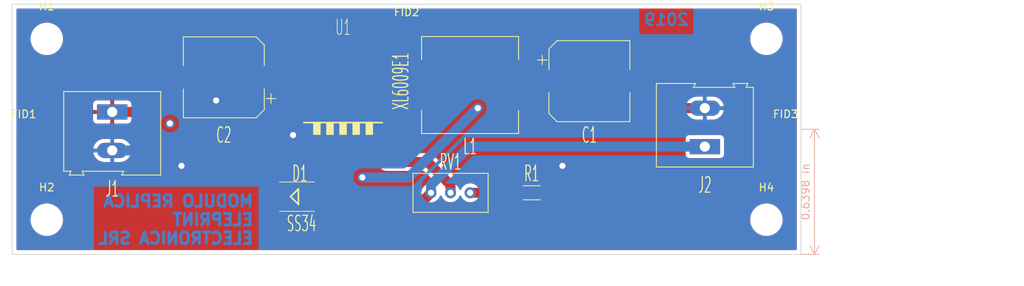
<source format=kicad_pcb>
(kicad_pcb (version 20171130) (host pcbnew 5.1.4-e60b266~84~ubuntu18.04.1)

  (general
    (thickness 1.6)
    (drawings 10)
    (tracks 51)
    (zones 0)
    (modules 16)
    (nets 8)
  )

  (page A4)
  (title_block
    (title "Fuente Step Up Xl6009 DC-DC ajustable 5v-35v")
    (date 2019-10-18)
    (rev 0b)
    (company "Fabian Sarmiento")
    (comment 1 "Realizado para la materia DCI de la Esp. en Sistemas Embebidos")
    (comment 2 "Replica del modulo set-up adjustable boost converter. ")
  )

  (layers
    (0 F.Cu signal)
    (31 B.Cu signal)
    (32 B.Adhes user)
    (33 F.Adhes user)
    (34 B.Paste user)
    (35 F.Paste user)
    (36 B.SilkS user)
    (37 F.SilkS user)
    (38 B.Mask user)
    (39 F.Mask user)
    (40 Dwgs.User user)
    (41 Cmts.User user)
    (42 Eco1.User user)
    (43 Eco2.User user)
    (44 Edge.Cuts user)
    (45 Margin user)
    (46 B.CrtYd user)
    (47 F.CrtYd user)
    (48 B.Fab user)
    (49 F.Fab user)
  )

  (setup
    (last_trace_width 1.3)
    (user_trace_width 0.5)
    (user_trace_width 1)
    (trace_clearance 0.5)
    (zone_clearance 0.508)
    (zone_45_only no)
    (trace_min 0.2)
    (via_size 1.3)
    (via_drill 0.8)
    (via_min_size 0.4)
    (via_min_drill 0.3)
    (user_via 0.8 0.5)
    (user_via 1.3 0.8)
    (uvia_size 0.3)
    (uvia_drill 0.1)
    (uvias_allowed no)
    (uvia_min_size 0.2)
    (uvia_min_drill 0.1)
    (edge_width 0.05)
    (segment_width 0.2)
    (pcb_text_width 0.3)
    (pcb_text_size 1.5 1.5)
    (mod_edge_width 0.12)
    (mod_text_size 1 1)
    (mod_text_width 0.15)
    (pad_size 1.524 1.524)
    (pad_drill 0.762)
    (pad_to_mask_clearance 0.051)
    (solder_mask_min_width 0.25)
    (aux_axis_origin 0 0)
    (visible_elements FFFFFF7F)
    (pcbplotparams
      (layerselection 0x010fc_ffffffff)
      (usegerberextensions false)
      (usegerberattributes false)
      (usegerberadvancedattributes false)
      (creategerberjobfile false)
      (excludeedgelayer true)
      (linewidth 0.100000)
      (plotframeref false)
      (viasonmask false)
      (mode 1)
      (useauxorigin false)
      (hpglpennumber 1)
      (hpglpenspeed 20)
      (hpglpendiameter 15.000000)
      (psnegative false)
      (psa4output false)
      (plotreference true)
      (plotvalue true)
      (plotinvisibletext false)
      (padsonsilk false)
      (subtractmaskfromsilk false)
      (outputformat 1)
      (mirror false)
      (drillshape 0)
      (scaleselection 1)
      (outputdirectory ""))
  )

  (net 0 "")
  (net 1 GND)
  (net 2 VCC)
  (net 3 "Net-(C2-Pad1)")
  (net 4 "Net-(D1-PadA)")
  (net 5 "Net-(R1-Pad1)")
  (net 6 "Net-(RV1-Pad2)")
  (net 7 "Net-(U1-Pad2)")

  (net_class Default "This is the default net class."
    (clearance 0.5)
    (trace_width 1.3)
    (via_dia 1.3)
    (via_drill 0.8)
    (uvia_dia 0.3)
    (uvia_drill 0.1)
    (add_net GND)
    (add_net "Net-(C2-Pad1)")
    (add_net "Net-(D1-PadA)")
    (add_net "Net-(R1-Pad1)")
    (add_net "Net-(RV1-Pad2)")
    (add_net "Net-(U1-Pad2)")
    (add_net VCC)
  )

  (module MountingHole:MountingHole_3.2mm_M3 (layer F.Cu) (tedit 56D1B4CB) (tstamp 5DAC5A46)
    (at 193 115.5)
    (descr "Mounting Hole 3.2mm, no annular, M3")
    (tags "mounting hole 3.2mm no annular m3")
    (path /5DAB4871)
    (attr virtual)
    (fp_text reference H4 (at 0 -4.2) (layer F.SilkS)
      (effects (font (size 1 1) (thickness 0.15)))
    )
    (fp_text value MountingHole (at 0 4.2) (layer F.Fab)
      (effects (font (size 1 1) (thickness 0.15)))
    )
    (fp_circle (center 0 0) (end 3.45 0) (layer F.CrtYd) (width 0.05))
    (fp_circle (center 0 0) (end 3.2 0) (layer Cmts.User) (width 0.15))
    (fp_text user %R (at 0.3 0) (layer F.Fab)
      (effects (font (size 1 1) (thickness 0.15)))
    )
    (pad 1 np_thru_hole circle (at 0 0) (size 3.2 3.2) (drill 3.2) (layers *.Cu *.Mask))
  )

  (module MountingHole:MountingHole_3.2mm_M3 (layer F.Cu) (tedit 56D1B4CB) (tstamp 5DAC5CEC)
    (at 193 92)
    (descr "Mounting Hole 3.2mm, no annular, M3")
    (tags "mounting hole 3.2mm no annular m3")
    (path /5DAB39CE)
    (attr virtual)
    (fp_text reference H3 (at 0 -4.2) (layer F.SilkS)
      (effects (font (size 1 1) (thickness 0.15)))
    )
    (fp_text value MountingHole (at 0 4.2) (layer F.Fab)
      (effects (font (size 1 1) (thickness 0.15)))
    )
    (fp_circle (center 0 0) (end 3.45 0) (layer F.CrtYd) (width 0.05))
    (fp_circle (center 0 0) (end 3.2 0) (layer Cmts.User) (width 0.15))
    (fp_text user %R (at 0.3 0) (layer F.Fab)
      (effects (font (size 1 1) (thickness 0.15)))
    )
    (pad 1 np_thru_hole circle (at 0 0) (size 3.2 3.2) (drill 3.2) (layers *.Cu *.Mask))
  )

  (module MountingHole:MountingHole_3.2mm_M3 (layer F.Cu) (tedit 56D1B4CB) (tstamp 5DAC5A85)
    (at 99.5 115.5)
    (descr "Mounting Hole 3.2mm, no annular, M3")
    (tags "mounting hole 3.2mm no annular m3")
    (path /5DAB41E1)
    (attr virtual)
    (fp_text reference H2 (at 0 -4.2) (layer F.SilkS)
      (effects (font (size 1 1) (thickness 0.15)))
    )
    (fp_text value MountingHole (at 0 4.2) (layer F.Fab)
      (effects (font (size 1 1) (thickness 0.15)))
    )
    (fp_circle (center 0 0) (end 3.45 0) (layer F.CrtYd) (width 0.05))
    (fp_circle (center 0 0) (end 3.2 0) (layer Cmts.User) (width 0.15))
    (fp_text user %R (at 0.3 0) (layer F.Fab)
      (effects (font (size 1 1) (thickness 0.15)))
    )
    (pad 1 np_thru_hole circle (at 0 0) (size 3.2 3.2) (drill 3.2) (layers *.Cu *.Mask))
  )

  (module MountingHole:MountingHole_3.2mm_M3 (layer F.Cu) (tedit 56D1B4CB) (tstamp 5DAC5B60)
    (at 99.5 92)
    (descr "Mounting Hole 3.2mm, no annular, M3")
    (tags "mounting hole 3.2mm no annular m3")
    (path /5DAB2C74)
    (attr virtual)
    (fp_text reference H1 (at 0 -4.2) (layer F.SilkS)
      (effects (font (size 1 1) (thickness 0.15)))
    )
    (fp_text value MountingHole (at 0 4.2) (layer F.Fab)
      (effects (font (size 1 1) (thickness 0.15)))
    )
    (fp_circle (center 0 0) (end 3.45 0) (layer F.CrtYd) (width 0.05))
    (fp_circle (center 0 0) (end 3.2 0) (layer Cmts.User) (width 0.15))
    (fp_text user %R (at 0.3 0) (layer F.Fab)
      (effects (font (size 1 1) (thickness 0.15)))
    )
    (pad 1 np_thru_hole circle (at 0 0) (size 3.2 3.2) (drill 3.2) (layers *.Cu *.Mask))
  )

  (module Fiducial:Fiducial_0.5mm_Mask1.5mm (layer F.Cu) (tedit 5C18D139) (tstamp 5DACEF9B)
    (at 195.5 103.5)
    (descr "Circular Fiducial, 0.5mm bare copper, 1.5mm soldermask opening")
    (tags fiducial)
    (path /5DAC61E3)
    (attr smd)
    (fp_text reference FID3 (at 0 -1.7145) (layer F.SilkS)
      (effects (font (size 1 1) (thickness 0.15)))
    )
    (fp_text value Fiducial (at 0 1.7145) (layer F.Fab)
      (effects (font (size 1 1) (thickness 0.15)))
    )
    (fp_circle (center 0 0) (end 1 0) (layer F.CrtYd) (width 0.05))
    (fp_text user %R (at 0 0) (layer F.Fab)
      (effects (font (size 0.2 0.2) (thickness 0.04)))
    )
    (fp_circle (center 0 0) (end 0.75 0) (layer F.Fab) (width 0.1))
    (pad "" smd circle (at 0 0) (size 0.5 0.5) (layers F.Cu F.Mask)
      (solder_mask_margin 0.5) (clearance 0.5))
  )

  (module Fiducial:Fiducial_0.5mm_Mask1.5mm (layer F.Cu) (tedit 5C18D139) (tstamp 5DACF064)
    (at 146.25 90.25)
    (descr "Circular Fiducial, 0.5mm bare copper, 1.5mm soldermask opening")
    (tags fiducial)
    (path /5DAC6BFD)
    (attr smd)
    (fp_text reference FID2 (at 0 -1.7145) (layer F.SilkS)
      (effects (font (size 1 1) (thickness 0.15)))
    )
    (fp_text value Fiducial (at 0 1.7145) (layer F.Fab)
      (effects (font (size 1 1) (thickness 0.15)))
    )
    (fp_circle (center 0 0) (end 1 0) (layer F.CrtYd) (width 0.05))
    (fp_text user %R (at 0 0) (layer F.Fab)
      (effects (font (size 0.2 0.2) (thickness 0.04)))
    )
    (fp_circle (center 0 0) (end 0.75 0) (layer F.Fab) (width 0.1))
    (pad "" smd circle (at 0 0) (size 0.5 0.5) (layers F.Cu F.Mask)
      (solder_mask_margin 0.5) (clearance 0.5))
  )

  (module Fiducial:Fiducial_0.5mm_Mask1.5mm (layer F.Cu) (tedit 5C18D139) (tstamp 5DACF000)
    (at 96.5 103.5)
    (descr "Circular Fiducial, 0.5mm bare copper, 1.5mm soldermask opening")
    (tags fiducial)
    (path /5DAC4F3C)
    (attr smd)
    (fp_text reference FID1 (at 0 -1.7145) (layer F.SilkS)
      (effects (font (size 1 1) (thickness 0.15)))
    )
    (fp_text value Fiducial (at 0 1.7145) (layer F.Fab)
      (effects (font (size 1 1) (thickness 0.15)))
    )
    (fp_circle (center 0 0) (end 1 0) (layer F.CrtYd) (width 0.05))
    (fp_text user %R (at 0 0) (layer F.Fab)
      (effects (font (size 0.2 0.2) (thickness 0.04)))
    )
    (fp_circle (center 0 0) (end 0.75 0) (layer F.Fab) (width 0.1))
    (pad "" smd circle (at 0 0) (size 0.5 0.5) (layers F.Cu F.Mask)
      (solder_mask_margin 0.5) (clearance 0.5))
  )

  (module LM2577:TO263-5 (layer F.Cu) (tedit 0) (tstamp 5DAD1100)
    (at 138 100)
    (descr <b>TO-263</b>)
    (path /5D87A8A4)
    (attr smd)
    (fp_text reference U1 (at 0 -9.5 180) (layer F.SilkS)
      (effects (font (size 2 1.00127) (thickness 0.1)))
    )
    (fp_text value XL6009E1 (at 7.5 -2.5 90) (layer F.SilkS)
      (effects (font (size 2 1.00035) (thickness 0.15)))
    )
    (fp_line (start 5.094 -7.165) (end 5.094 2.88) (layer Eco2.User) (width 0.2032))
    (fp_line (start 5.094 2.88) (end -5.094 2.88) (layer F.SilkS) (width 0.2032))
    (fp_line (start -5.094 2.88) (end -5.094 -7.165) (layer Eco2.User) (width 0.2032))
    (fp_line (start -5.094 -7.165) (end 5.094 -7.165) (layer Eco2.User) (width 0.2032))
    (fp_line (start -5.105 -7.267) (end -5.105 -7.678) (layer Eco2.User) (width 0.2032))
    (fp_line (start -5.105 -7.678) (end -3.378 -8.135) (layer Eco2.User) (width 0.2032))
    (fp_line (start -3.378 -8.135) (end 3.378 -8.135) (layer Eco2.User) (width 0.2032))
    (fp_line (start 3.378 -8.135) (end 5.105 -7.678) (layer Eco2.User) (width 0.2032))
    (fp_line (start 5.105 -7.678) (end 5.105 -7.267) (layer Eco2.User) (width 0.2032))
    (fp_line (start 5.105 -7.267) (end -5.105 -7.267) (layer Eco2.User) (width 0.2032))
    (fp_poly (pts (xy -3.88643 4.445) (xy -2.921 4.445) (xy -2.921 6.60439) (xy -3.88643 6.60439)) (layer Eco2.User) (width 0))
    (fp_poly (pts (xy -3.89202 2.794) (xy -2.921 2.794) (xy -2.921 4.4771) (xy -3.89202 4.4771)) (layer F.SilkS) (width 0))
    (fp_poly (pts (xy -2.18859 4.445) (xy -1.2192 4.445) (xy -1.2192 6.61668) (xy -2.18859 6.61668)) (layer Eco2.User) (width 0))
    (fp_poly (pts (xy -0.483423 4.445) (xy 0.4826 4.445) (xy 0.4826 6.61526) (xy -0.483423 6.61526)) (layer Eco2.User) (width 0))
    (fp_poly (pts (xy 1.22133 4.445) (xy 2.1844 4.445) (xy 2.1844 6.61556) (xy 1.22133 6.61556)) (layer Eco2.User) (width 0))
    (fp_poly (pts (xy 2.92618 4.445) (xy 3.8862 4.445) (xy 3.8862 6.61571) (xy 2.92618 6.61571)) (layer Eco2.User) (width 0))
    (fp_poly (pts (xy -2.18871 2.794) (xy -1.2192 2.794) (xy -1.2192 4.47923) (xy -2.18871 4.47923)) (layer F.SilkS) (width 0))
    (fp_poly (pts (xy -0.482663 2.794) (xy 0.4826 2.794) (xy 0.4826 4.47098) (xy -0.482663 4.47098)) (layer F.SilkS) (width 0))
    (fp_poly (pts (xy 1.21963 2.794) (xy 2.1844 2.794) (xy 2.1844 4.47197) (xy 1.21963 4.47197)) (layer F.SilkS) (width 0))
    (fp_poly (pts (xy 2.92499 2.794) (xy 3.8862 2.794) (xy 3.8862 4.4765) (xy 2.92499 4.4765)) (layer F.SilkS) (width 0))
    (fp_poly (pts (xy -5.1054 -7.267) (xy -5.1054 -7.6782) (xy -3.3782 -8.1354) (xy 3.3782 -8.1354)
      (xy 5.1054 -7.6782) (xy 5.1054 -7.267)) (layer Eco2.User) (width 0.2032))
    (pad 6 smd rect (at 0 -2.54) (size 10.8 10.41) (layers F.Cu F.Paste F.Mask))
    (pad 1 smd rect (at -3.4036 5.7912) (size 1.0668 2.159) (layers F.Cu F.Paste F.Mask)
      (net 1 GND))
    (pad 2 smd rect (at -1.7018 5.7912) (size 1.0668 2.159) (layers F.Cu F.Paste F.Mask)
      (net 7 "Net-(U1-Pad2)"))
    (pad 3 smd rect (at 0 5.7912) (size 1.0668 2.159) (layers F.Cu F.Paste F.Mask)
      (net 4 "Net-(D1-PadA)"))
    (pad 4 smd rect (at 1.7018 5.7912) (size 1.0668 2.159) (layers F.Cu F.Paste F.Mask)
      (net 2 VCC))
    (pad 5 smd rect (at 3.4036 5.7912) (size 1.0668 2.159) (layers F.Cu F.Paste F.Mask)
      (net 6 "Net-(RV1-Pad2)"))
    (model ${KIPRJMOD}/to263-5-1-1/TO263-5-1.stp
      (offset (xyz 0 2.5 0))
      (scale (xyz 1 1 1))
      (rotate (xyz 0 0 0))
    )
  )

  (module Capacitor_SMD:CP_Elec_10x10 (layer F.Cu) (tedit 5BCA39D1) (tstamp 5D9F4476)
    (at 170 97.5)
    (descr "SMD capacitor, aluminum electrolytic, Nichicon, 10.0x10.0mm")
    (tags "capacitor electrolytic")
    (path /5D877A82)
    (attr smd)
    (fp_text reference C1 (at 0 7) (layer F.SilkS)
      (effects (font (size 2 1) (thickness 0.15)))
    )
    (fp_text value "220 uF" (at 0.5 -6.5) (layer F.Fab)
      (effects (font (size 2 1) (thickness 0.15)))
    )
    (fp_text user %R (at 0 0) (layer F.Fab)
      (effects (font (size 1 1) (thickness 0.15)))
    )
    (fp_line (start -6.25 1.5) (end -5.4 1.5) (layer F.CrtYd) (width 0.05))
    (fp_line (start -6.25 -1.5) (end -6.25 1.5) (layer F.CrtYd) (width 0.05))
    (fp_line (start -5.4 -1.5) (end -6.25 -1.5) (layer F.CrtYd) (width 0.05))
    (fp_line (start -5.4 1.5) (end -5.4 4.25) (layer F.CrtYd) (width 0.05))
    (fp_line (start -5.4 -4.25) (end -5.4 -1.5) (layer F.CrtYd) (width 0.05))
    (fp_line (start -5.4 -4.25) (end -4.25 -5.4) (layer F.CrtYd) (width 0.05))
    (fp_line (start -5.4 4.25) (end -4.25 5.4) (layer F.CrtYd) (width 0.05))
    (fp_line (start -4.25 -5.4) (end 5.4 -5.4) (layer F.CrtYd) (width 0.05))
    (fp_line (start -4.25 5.4) (end 5.4 5.4) (layer F.CrtYd) (width 0.05))
    (fp_line (start 5.4 1.5) (end 5.4 5.4) (layer F.CrtYd) (width 0.05))
    (fp_line (start 6.25 1.5) (end 5.4 1.5) (layer F.CrtYd) (width 0.05))
    (fp_line (start 6.25 -1.5) (end 6.25 1.5) (layer F.CrtYd) (width 0.05))
    (fp_line (start 5.4 -1.5) (end 6.25 -1.5) (layer F.CrtYd) (width 0.05))
    (fp_line (start 5.4 -5.4) (end 5.4 -1.5) (layer F.CrtYd) (width 0.05))
    (fp_line (start -6.125 -3.385) (end -6.125 -2.135) (layer F.SilkS) (width 0.12))
    (fp_line (start -6.75 -2.76) (end -5.5 -2.76) (layer F.SilkS) (width 0.12))
    (fp_line (start -5.26 4.195563) (end -4.195563 5.26) (layer F.SilkS) (width 0.12))
    (fp_line (start -5.26 -4.195563) (end -4.195563 -5.26) (layer F.SilkS) (width 0.12))
    (fp_line (start -5.26 -4.195563) (end -5.26 -1.51) (layer F.SilkS) (width 0.12))
    (fp_line (start -5.26 4.195563) (end -5.26 1.51) (layer F.SilkS) (width 0.12))
    (fp_line (start -4.195563 5.26) (end 5.26 5.26) (layer F.SilkS) (width 0.12))
    (fp_line (start -4.195563 -5.26) (end 5.26 -5.26) (layer F.SilkS) (width 0.12))
    (fp_line (start 5.26 -5.26) (end 5.26 -1.51) (layer F.SilkS) (width 0.12))
    (fp_line (start 5.26 5.26) (end 5.26 1.51) (layer F.SilkS) (width 0.12))
    (fp_line (start -4.058325 -2.2) (end -4.058325 -1.2) (layer F.Fab) (width 0.1))
    (fp_line (start -4.558325 -1.7) (end -3.558325 -1.7) (layer F.Fab) (width 0.1))
    (fp_line (start -5.15 4.15) (end -4.15 5.15) (layer F.Fab) (width 0.1))
    (fp_line (start -5.15 -4.15) (end -4.15 -5.15) (layer F.Fab) (width 0.1))
    (fp_line (start -5.15 -4.15) (end -5.15 4.15) (layer F.Fab) (width 0.1))
    (fp_line (start -4.15 5.15) (end 5.15 5.15) (layer F.Fab) (width 0.1))
    (fp_line (start -4.15 -5.15) (end 5.15 -5.15) (layer F.Fab) (width 0.1))
    (fp_line (start 5.15 -5.15) (end 5.15 5.15) (layer F.Fab) (width 0.1))
    (fp_circle (center 0 0) (end 5 0) (layer F.Fab) (width 0.1))
    (pad 2 smd roundrect (at 4 0) (size 4 2.5) (layers F.Cu F.Paste F.Mask) (roundrect_rratio 0.1)
      (net 1 GND))
    (pad 1 smd roundrect (at -4 0) (size 4 2.5) (layers F.Cu F.Paste F.Mask) (roundrect_rratio 0.1)
      (net 2 VCC))
    (model ${KISYS3DMOD}/Capacitor_SMD.3dshapes/CP_Elec_10x10.wrl
      (at (xyz 0 0 0))
      (scale (xyz 1 1 1))
      (rotate (xyz 0 0 0))
    )
  )

  (module TerminalBlock:TerminalBlock_Altech_AK300-2_P5.00mm (layer F.Cu) (tedit 59FF0306) (tstamp 5DACF5AD)
    (at 185 106 90)
    (descr "Altech AK300 terminal block, pitch 5.0mm, 45 degree angled, see http://www.mouser.com/ds/2/16/PCBMETRC-24178.pdf")
    (tags "Altech AK300 terminal block pitch 5.0mm")
    (path /5DA178E6)
    (fp_text reference J2 (at -5 0 180) (layer F.SilkS)
      (effects (font (size 2 1) (thickness 0.15)))
    )
    (fp_text value Screw_Terminal_01x02 (at 2.78 7.75 90) (layer F.Fab)
      (effects (font (size 1 1) (thickness 0.15)))
    )
    (fp_arc (start -1.13 -4.65) (end -1.42 -4.13) (angle 104.2) (layer F.Fab) (width 0.1))
    (fp_arc (start -0.01 -3.71) (end -1.62 -5) (angle 100) (layer F.Fab) (width 0.1))
    (fp_arc (start 0.06 -6.07) (end 1.53 -4.12) (angle 75.5) (layer F.Fab) (width 0.1))
    (fp_arc (start 1.03 -4.59) (end 1.53 -5.05) (angle 90.5) (layer F.Fab) (width 0.1))
    (fp_arc (start 3.87 -4.65) (end 3.58 -4.13) (angle 104.2) (layer F.Fab) (width 0.1))
    (fp_arc (start 4.99 -3.71) (end 3.39 -5) (angle 100) (layer F.Fab) (width 0.1))
    (fp_arc (start 5.07 -6.07) (end 6.53 -4.12) (angle 75.5) (layer F.Fab) (width 0.1))
    (fp_arc (start 6.03 -4.59) (end 6.54 -5.05) (angle 90.5) (layer F.Fab) (width 0.1))
    (fp_line (start 8.36 6.47) (end -2.83 6.47) (layer F.CrtYd) (width 0.05))
    (fp_line (start 8.36 6.47) (end 8.36 -6.47) (layer F.CrtYd) (width 0.05))
    (fp_line (start -2.83 -6.47) (end -2.83 6.47) (layer F.CrtYd) (width 0.05))
    (fp_line (start -2.83 -6.47) (end 8.36 -6.47) (layer F.CrtYd) (width 0.05))
    (fp_line (start 3.36 -0.25) (end 6.67 -0.25) (layer F.Fab) (width 0.1))
    (fp_line (start 2.98 -0.25) (end 3.36 -0.25) (layer F.Fab) (width 0.1))
    (fp_line (start 7.05 -0.25) (end 6.67 -0.25) (layer F.Fab) (width 0.1))
    (fp_line (start 6.67 -0.64) (end 3.36 -0.64) (layer F.Fab) (width 0.1))
    (fp_line (start 7.61 -0.64) (end 6.67 -0.64) (layer F.Fab) (width 0.1))
    (fp_line (start 1.66 -0.64) (end 3.36 -0.64) (layer F.Fab) (width 0.1))
    (fp_line (start -1.64 -0.64) (end 1.66 -0.64) (layer F.Fab) (width 0.1))
    (fp_line (start -2.58 -0.64) (end -1.64 -0.64) (layer F.Fab) (width 0.1))
    (fp_line (start 1.66 -0.25) (end -1.64 -0.25) (layer F.Fab) (width 0.1))
    (fp_line (start 2.04 -0.25) (end 1.66 -0.25) (layer F.Fab) (width 0.1))
    (fp_line (start -2.02 -0.25) (end -1.64 -0.25) (layer F.Fab) (width 0.1))
    (fp_line (start -1.49 -4.32) (end 1.56 -4.95) (layer F.Fab) (width 0.1))
    (fp_line (start -1.62 -4.45) (end 1.44 -5.08) (layer F.Fab) (width 0.1))
    (fp_line (start 3.52 -4.32) (end 6.56 -4.95) (layer F.Fab) (width 0.1))
    (fp_line (start 3.39 -4.45) (end 6.44 -5.08) (layer F.Fab) (width 0.1))
    (fp_line (start 2.04 -5.97) (end -2.02 -5.97) (layer F.Fab) (width 0.1))
    (fp_line (start -2.02 -3.43) (end -2.02 -5.97) (layer F.Fab) (width 0.1))
    (fp_line (start 2.04 -3.43) (end -2.02 -3.43) (layer F.Fab) (width 0.1))
    (fp_line (start 2.04 -3.43) (end 2.04 -5.97) (layer F.Fab) (width 0.1))
    (fp_line (start 7.05 -3.43) (end 2.98 -3.43) (layer F.Fab) (width 0.1))
    (fp_line (start 7.05 -5.97) (end 7.05 -3.43) (layer F.Fab) (width 0.1))
    (fp_line (start 2.98 -5.97) (end 7.05 -5.97) (layer F.Fab) (width 0.1))
    (fp_line (start 2.98 -3.43) (end 2.98 -5.97) (layer F.Fab) (width 0.1))
    (fp_line (start 7.61 -3.17) (end 7.61 -1.65) (layer F.Fab) (width 0.1))
    (fp_line (start -2.58 -3.17) (end -2.58 -6.22) (layer F.Fab) (width 0.1))
    (fp_line (start -2.58 -3.17) (end 7.61 -3.17) (layer F.Fab) (width 0.1))
    (fp_line (start 7.61 -0.64) (end 7.61 4.06) (layer F.Fab) (width 0.1))
    (fp_line (start 7.61 -1.65) (end 7.61 -0.64) (layer F.Fab) (width 0.1))
    (fp_line (start -2.58 -0.64) (end -2.58 -3.17) (layer F.Fab) (width 0.1))
    (fp_line (start -2.58 6.22) (end -2.58 -0.64) (layer F.Fab) (width 0.1))
    (fp_line (start 6.67 0.51) (end 6.28 0.51) (layer F.Fab) (width 0.1))
    (fp_line (start 3.36 0.51) (end 3.74 0.51) (layer F.Fab) (width 0.1))
    (fp_line (start 1.66 0.51) (end 1.28 0.51) (layer F.Fab) (width 0.1))
    (fp_line (start -1.64 0.51) (end -1.26 0.51) (layer F.Fab) (width 0.1))
    (fp_line (start -1.64 3.68) (end -1.64 0.51) (layer F.Fab) (width 0.1))
    (fp_line (start 1.66 3.68) (end -1.64 3.68) (layer F.Fab) (width 0.1))
    (fp_line (start 1.66 3.68) (end 1.66 0.51) (layer F.Fab) (width 0.1))
    (fp_line (start 3.36 3.68) (end 3.36 0.51) (layer F.Fab) (width 0.1))
    (fp_line (start 6.67 3.68) (end 3.36 3.68) (layer F.Fab) (width 0.1))
    (fp_line (start 6.67 3.68) (end 6.67 0.51) (layer F.Fab) (width 0.1))
    (fp_line (start -2.02 4.32) (end -2.02 6.22) (layer F.Fab) (width 0.1))
    (fp_line (start 2.04 4.32) (end 2.04 -0.25) (layer F.Fab) (width 0.1))
    (fp_line (start 2.04 4.32) (end -2.02 4.32) (layer F.Fab) (width 0.1))
    (fp_line (start 7.05 4.32) (end 7.05 6.22) (layer F.Fab) (width 0.1))
    (fp_line (start 2.98 4.32) (end 2.98 -0.25) (layer F.Fab) (width 0.1))
    (fp_line (start 2.98 4.32) (end 7.05 4.32) (layer F.Fab) (width 0.1))
    (fp_line (start -2.02 6.22) (end 2.04 6.22) (layer F.Fab) (width 0.1))
    (fp_line (start -2.58 6.22) (end -2.02 6.22) (layer F.Fab) (width 0.1))
    (fp_line (start -2.02 -0.25) (end -2.02 4.32) (layer F.Fab) (width 0.1))
    (fp_line (start 2.04 6.22) (end 2.98 6.22) (layer F.Fab) (width 0.1))
    (fp_line (start 2.04 6.22) (end 2.04 4.32) (layer F.Fab) (width 0.1))
    (fp_line (start 7.05 6.22) (end 7.61 6.22) (layer F.Fab) (width 0.1))
    (fp_line (start 2.98 6.22) (end 7.05 6.22) (layer F.Fab) (width 0.1))
    (fp_line (start 7.05 -0.25) (end 7.05 4.32) (layer F.Fab) (width 0.1))
    (fp_line (start 2.98 6.22) (end 2.98 4.32) (layer F.Fab) (width 0.1))
    (fp_line (start 8.11 3.81) (end 8.11 5.46) (layer F.Fab) (width 0.1))
    (fp_line (start 7.61 4.06) (end 7.61 5.21) (layer F.Fab) (width 0.1))
    (fp_line (start 8.11 3.81) (end 7.61 4.06) (layer F.Fab) (width 0.1))
    (fp_line (start 7.61 5.21) (end 7.61 6.22) (layer F.Fab) (width 0.1))
    (fp_line (start 8.11 5.46) (end 7.61 5.21) (layer F.Fab) (width 0.1))
    (fp_line (start 8.11 -1.4) (end 7.61 -1.65) (layer F.Fab) (width 0.1))
    (fp_line (start 8.11 -6.22) (end 8.11 -1.4) (layer F.Fab) (width 0.1))
    (fp_line (start 7.61 -6.22) (end 8.11 -6.22) (layer F.Fab) (width 0.1))
    (fp_line (start 7.61 -6.22) (end -2.58 -6.22) (layer F.Fab) (width 0.1))
    (fp_line (start 7.61 -6.22) (end 7.61 -3.17) (layer F.Fab) (width 0.1))
    (fp_line (start 3.74 2.54) (end 3.74 -0.25) (layer F.Fab) (width 0.1))
    (fp_line (start 3.74 -0.25) (end 6.28 -0.25) (layer F.Fab) (width 0.1))
    (fp_line (start 6.28 2.54) (end 6.28 -0.25) (layer F.Fab) (width 0.1))
    (fp_line (start 3.74 2.54) (end 6.28 2.54) (layer F.Fab) (width 0.1))
    (fp_line (start -1.26 2.54) (end -1.26 -0.25) (layer F.Fab) (width 0.1))
    (fp_line (start -1.26 -0.25) (end 1.28 -0.25) (layer F.Fab) (width 0.1))
    (fp_line (start 1.28 2.54) (end 1.28 -0.25) (layer F.Fab) (width 0.1))
    (fp_line (start -1.26 2.54) (end 1.28 2.54) (layer F.Fab) (width 0.1))
    (fp_line (start 8.2 -6.3) (end -2.65 -6.3) (layer F.SilkS) (width 0.12))
    (fp_line (start 8.2 -1.2) (end 8.2 -6.3) (layer F.SilkS) (width 0.12))
    (fp_line (start 7.7 -1.5) (end 8.2 -1.2) (layer F.SilkS) (width 0.12))
    (fp_line (start 7.7 3.9) (end 7.7 -1.5) (layer F.SilkS) (width 0.12))
    (fp_line (start 8.2 3.65) (end 7.7 3.9) (layer F.SilkS) (width 0.12))
    (fp_line (start 8.2 3.7) (end 8.2 3.65) (layer F.SilkS) (width 0.12))
    (fp_line (start 8.2 5.6) (end 8.2 3.7) (layer F.SilkS) (width 0.12))
    (fp_line (start 7.7 5.35) (end 8.2 5.6) (layer F.SilkS) (width 0.12))
    (fp_line (start 7.7 6.3) (end 7.7 5.35) (layer F.SilkS) (width 0.12))
    (fp_line (start -2.65 6.3) (end 7.7 6.3) (layer F.SilkS) (width 0.12))
    (fp_line (start -2.65 -6.3) (end -2.65 6.3) (layer F.SilkS) (width 0.12))
    (fp_text user %R (at 2.5 -2 90) (layer F.Fab)
      (effects (font (size 1 1) (thickness 0.15)))
    )
    (pad 2 thru_hole oval (at 5 0 90) (size 1.98 3.96) (drill 1.32) (layers *.Cu *.Mask)
      (net 1 GND))
    (pad 1 thru_hole rect (at 0 0 90) (size 1.98 3.96) (drill 1.32) (layers *.Cu *.Mask)
      (net 3 "Net-(C2-Pad1)"))
    (model ${KISYS3DMOD}/TerminalBlock.3dshapes/TerminalBlock_Altech_AK300-2_P5.00mm.wrl
      (offset (xyz 10 0 0))
      (scale (xyz 1 1 1))
      (rotate (xyz 0 0 0))
    )
    (model "${KIPRJMOD}/bornera a tornillo/DG306-5.STEP"
      (offset (xyz 1 1.9 0))
      (scale (xyz 1 1 1))
      (rotate (xyz -90 0 0))
    )
  )

  (module Capacitor_SMD:CP_Elec_10x10 (layer F.Cu) (tedit 5BCA39D1) (tstamp 5DAA605B)
    (at 122.5 97 180)
    (descr "SMD capacitor, aluminum electrolytic, Nichicon, 10.0x10.0mm")
    (tags "capacitor electrolytic")
    (path /5D877E2A)
    (attr smd)
    (fp_text reference C2 (at 0 -7.5) (layer F.SilkS)
      (effects (font (size 2 1) (thickness 0.15)))
    )
    (fp_text value "220 uF" (at 0 6.5) (layer F.Fab)
      (effects (font (size 2 1) (thickness 0.15)))
    )
    (fp_circle (center 0 0) (end 5 0) (layer F.Fab) (width 0.1))
    (fp_line (start 5.15 -5.15) (end 5.15 5.15) (layer F.Fab) (width 0.1))
    (fp_line (start -4.15 -5.15) (end 5.15 -5.15) (layer F.Fab) (width 0.1))
    (fp_line (start -4.15 5.15) (end 5.15 5.15) (layer F.Fab) (width 0.1))
    (fp_line (start -5.15 -4.15) (end -5.15 4.15) (layer F.Fab) (width 0.1))
    (fp_line (start -5.15 -4.15) (end -4.15 -5.15) (layer F.Fab) (width 0.1))
    (fp_line (start -5.15 4.15) (end -4.15 5.15) (layer F.Fab) (width 0.1))
    (fp_line (start -4.558325 -1.7) (end -3.558325 -1.7) (layer F.Fab) (width 0.1))
    (fp_line (start -4.058325 -2.2) (end -4.058325 -1.2) (layer F.Fab) (width 0.1))
    (fp_line (start 5.26 5.26) (end 5.26 1.51) (layer F.SilkS) (width 0.12))
    (fp_line (start 5.26 -5.26) (end 5.26 -1.51) (layer F.SilkS) (width 0.12))
    (fp_line (start -4.195563 -5.26) (end 5.26 -5.26) (layer F.SilkS) (width 0.12))
    (fp_line (start -4.195563 5.26) (end 5.26 5.26) (layer F.SilkS) (width 0.12))
    (fp_line (start -5.26 4.195563) (end -5.26 1.51) (layer F.SilkS) (width 0.12))
    (fp_line (start -5.26 -4.195563) (end -5.26 -1.51) (layer F.SilkS) (width 0.12))
    (fp_line (start -5.26 -4.195563) (end -4.195563 -5.26) (layer F.SilkS) (width 0.12))
    (fp_line (start -5.26 4.195563) (end -4.195563 5.26) (layer F.SilkS) (width 0.12))
    (fp_line (start -6.75 -2.76) (end -5.5 -2.76) (layer F.SilkS) (width 0.12))
    (fp_line (start -6.125 -3.385) (end -6.125 -2.135) (layer F.SilkS) (width 0.12))
    (fp_line (start 5.4 -5.4) (end 5.4 -1.5) (layer F.CrtYd) (width 0.05))
    (fp_line (start 5.4 -1.5) (end 6.25 -1.5) (layer F.CrtYd) (width 0.05))
    (fp_line (start 6.25 -1.5) (end 6.25 1.5) (layer F.CrtYd) (width 0.05))
    (fp_line (start 6.25 1.5) (end 5.4 1.5) (layer F.CrtYd) (width 0.05))
    (fp_line (start 5.4 1.5) (end 5.4 5.4) (layer F.CrtYd) (width 0.05))
    (fp_line (start -4.25 5.4) (end 5.4 5.4) (layer F.CrtYd) (width 0.05))
    (fp_line (start -4.25 -5.4) (end 5.4 -5.4) (layer F.CrtYd) (width 0.05))
    (fp_line (start -5.4 4.25) (end -4.25 5.4) (layer F.CrtYd) (width 0.05))
    (fp_line (start -5.4 -4.25) (end -4.25 -5.4) (layer F.CrtYd) (width 0.05))
    (fp_line (start -5.4 -4.25) (end -5.4 -1.5) (layer F.CrtYd) (width 0.05))
    (fp_line (start -5.4 1.5) (end -5.4 4.25) (layer F.CrtYd) (width 0.05))
    (fp_line (start -5.4 -1.5) (end -6.25 -1.5) (layer F.CrtYd) (width 0.05))
    (fp_line (start -6.25 -1.5) (end -6.25 1.5) (layer F.CrtYd) (width 0.05))
    (fp_line (start -6.25 1.5) (end -5.4 1.5) (layer F.CrtYd) (width 0.05))
    (fp_text user %R (at 0 0) (layer F.Fab)
      (effects (font (size 1 1) (thickness 0.15)))
    )
    (pad 1 smd roundrect (at -4 0 180) (size 4 2.5) (layers F.Cu F.Paste F.Mask) (roundrect_rratio 0.1)
      (net 3 "Net-(C2-Pad1)"))
    (pad 2 smd roundrect (at 4 0 180) (size 4 2.5) (layers F.Cu F.Paste F.Mask) (roundrect_rratio 0.1)
      (net 1 GND))
    (model ${KISYS3DMOD}/Capacitor_SMD.3dshapes/CP_Elec_10x10.wrl
      (at (xyz 0 0 0))
      (scale (xyz 1 1 1))
      (rotate (xyz 0 0 0))
    )
  )

  (module SS34:SMB (layer F.Cu) (tedit 0) (tstamp 5DA79E57)
    (at 132 112.5)
    (descr <B>DIODE</B>)
    (path /5D876D1D)
    (attr smd)
    (fp_text reference D1 (at 0.381 -3) (layer F.SilkS)
      (effects (font (size 2 1) (thickness 0.15)))
    )
    (fp_text value SS34 (at 0.6 3.5) (layer F.SilkS)
      (effects (font (size 2 1) (thickness 0.15)))
    )
    (fp_line (start -2.2606 -1.905) (end 2.2606 -1.905) (layer F.SilkS) (width 0.1016))
    (fp_line (start -2.2606 1.905) (end 2.2606 1.905) (layer F.SilkS) (width 0.1016))
    (fp_line (start -2.2606 1.905) (end -2.2606 -1.905) (layer Eco2.User) (width 0.1016))
    (fp_line (start 2.2606 1.905) (end 2.2606 -1.905) (layer Eco2.User) (width 0.1016))
    (fp_line (start 0.193 -1) (end -0.83 0) (layer F.SilkS) (width 0.2032))
    (fp_line (start -0.83 0) (end 0.193 1) (layer F.SilkS) (width 0.2032))
    (fp_line (start 0.193 1) (end 0.193 -1) (layer F.SilkS) (width 0.2032))
    (fp_poly (pts (xy -2.794 -1.0922) (xy -2.2606 -1.0922) (xy -2.2606 1.0922) (xy -2.794 1.0922)) (layer Eco2.User) (width 0))
    (fp_poly (pts (xy 2.2606 -1.0922) (xy 2.794 -1.0922) (xy 2.794 1.0922) (xy 2.2606 1.0922)) (layer Eco2.User) (width 0))
    (fp_poly (pts (xy -1.35 -1.9) (xy -0.8 -1.9) (xy -0.8 1.9) (xy -1.35 1.9)) (layer Eco2.User) (width 0))
    (pad C smd rect (at -2.2 0) (size 2.4 2.4) (layers F.Cu F.Paste F.Mask)
      (net 3 "Net-(C2-Pad1)"))
    (pad A smd rect (at 2.2 0) (size 2.4 2.4) (layers F.Cu F.Paste F.Mask)
      (net 4 "Net-(D1-PadA)"))
    (model ${KIPRJMOD}/Diode-SS34/SMB.STEP
      (at (xyz 0 0 0))
      (scale (xyz 1 1 1))
      (rotate (xyz 0 0 0))
    )
  )

  (module Inductor_SMD:L_12x12mm_H8mm (layer F.Cu) (tedit 5990349C) (tstamp 5DAD13AC)
    (at 154.5 98 180)
    (descr "Choke, SMD, 12x12mm 8mm height")
    (tags "Choke SMD")
    (path /5D878273)
    (attr smd)
    (fp_text reference L1 (at 0 -8) (layer F.SilkS)
      (effects (font (size 2 1) (thickness 0.15)))
    )
    (fp_text value "330 mH" (at 0 8) (layer F.Fab)
      (effects (font (size 2 1) (thickness 0.15)))
    )
    (fp_text user %R (at 0 0) (layer F.Fab)
      (effects (font (size 1 1) (thickness 0.15)))
    )
    (fp_line (start 6.3 3.3) (end 6.3 6.3) (layer F.SilkS) (width 0.12))
    (fp_line (start 6.3 6.3) (end -6.3 6.3) (layer F.SilkS) (width 0.12))
    (fp_line (start -6.3 6.3) (end -6.3 3.3) (layer F.SilkS) (width 0.12))
    (fp_line (start -6.3 -3.3) (end -6.3 -6.3) (layer F.SilkS) (width 0.12))
    (fp_line (start -6.3 -6.3) (end 6.3 -6.3) (layer F.SilkS) (width 0.12))
    (fp_line (start 6.3 -6.3) (end 6.3 -3.3) (layer F.SilkS) (width 0.12))
    (fp_line (start -6.86 -6.6) (end 6.86 -6.6) (layer F.CrtYd) (width 0.05))
    (fp_line (start 6.86 -6.6) (end 6.86 6.6) (layer F.CrtYd) (width 0.05))
    (fp_line (start 6.86 6.6) (end -6.86 6.6) (layer F.CrtYd) (width 0.05))
    (fp_line (start -6.86 6.6) (end -6.86 -6.6) (layer F.CrtYd) (width 0.05))
    (fp_line (start 4.9 3.3) (end 5 3.4) (layer F.Fab) (width 0.1))
    (fp_line (start 5 3.4) (end 5.1 3.8) (layer F.Fab) (width 0.1))
    (fp_line (start 5.1 3.8) (end 5 4.3) (layer F.Fab) (width 0.1))
    (fp_line (start 5 4.3) (end 4.8 4.6) (layer F.Fab) (width 0.1))
    (fp_line (start 4.8 4.6) (end 4.5 5) (layer F.Fab) (width 0.1))
    (fp_line (start 4.5 5) (end 4 5.1) (layer F.Fab) (width 0.1))
    (fp_line (start 4 5.1) (end 3.5 5) (layer F.Fab) (width 0.1))
    (fp_line (start 3.5 5) (end 3.1 4.7) (layer F.Fab) (width 0.1))
    (fp_line (start 3.1 4.7) (end 3 4.6) (layer F.Fab) (width 0.1))
    (fp_line (start 3 4.6) (end 2.4 5) (layer F.Fab) (width 0.1))
    (fp_line (start 2.4 5) (end 1.6 5.3) (layer F.Fab) (width 0.1))
    (fp_line (start 1.6 5.3) (end 0.6 5.5) (layer F.Fab) (width 0.1))
    (fp_line (start 0.6 5.5) (end -0.6 5.5) (layer F.Fab) (width 0.1))
    (fp_line (start -0.6 5.5) (end -1.5 5.3) (layer F.Fab) (width 0.1))
    (fp_line (start -1.5 5.3) (end -2.1 5.1) (layer F.Fab) (width 0.1))
    (fp_line (start -2.1 5.1) (end -2.6 4.9) (layer F.Fab) (width 0.1))
    (fp_line (start -2.6 4.9) (end -3 4.7) (layer F.Fab) (width 0.1))
    (fp_line (start -3 4.7) (end -3.3 4.9) (layer F.Fab) (width 0.1))
    (fp_line (start -3.3 4.9) (end -3.9 5.1) (layer F.Fab) (width 0.1))
    (fp_line (start -3.9 5.1) (end -4.3 5) (layer F.Fab) (width 0.1))
    (fp_line (start -4.3 5) (end -4.6 4.8) (layer F.Fab) (width 0.1))
    (fp_line (start -4.6 4.8) (end -4.9 4.6) (layer F.Fab) (width 0.1))
    (fp_line (start -4.9 4.6) (end -5.1 4.1) (layer F.Fab) (width 0.1))
    (fp_line (start -5.1 4.1) (end -5 3.6) (layer F.Fab) (width 0.1))
    (fp_line (start -5 3.6) (end -4.8 3.2) (layer F.Fab) (width 0.1))
    (fp_line (start 4.9 -3.3) (end 5 -3.6) (layer F.Fab) (width 0.1))
    (fp_line (start 5 -3.6) (end 5.1 -4) (layer F.Fab) (width 0.1))
    (fp_line (start 5.1 -4) (end 5 -4.3) (layer F.Fab) (width 0.1))
    (fp_line (start 5 -4.3) (end 4.8 -4.7) (layer F.Fab) (width 0.1))
    (fp_line (start 4.8 -4.7) (end 4.5 -4.9) (layer F.Fab) (width 0.1))
    (fp_line (start 4.5 -4.9) (end 4.2 -5.1) (layer F.Fab) (width 0.1))
    (fp_line (start 4.2 -5.1) (end 3.9 -5.1) (layer F.Fab) (width 0.1))
    (fp_line (start 3.9 -5.1) (end 3.6 -5) (layer F.Fab) (width 0.1))
    (fp_line (start 3.6 -5) (end 3.3 -4.9) (layer F.Fab) (width 0.1))
    (fp_line (start 3.3 -4.9) (end 3 -4.6) (layer F.Fab) (width 0.1))
    (fp_line (start 3 -4.6) (end 2.6 -4.9) (layer F.Fab) (width 0.1))
    (fp_line (start 2.6 -4.9) (end 2.2 -5.1) (layer F.Fab) (width 0.1))
    (fp_line (start 2.2 -5.1) (end 1.7 -5.3) (layer F.Fab) (width 0.1))
    (fp_line (start 1.7 -5.3) (end 0.9 -5.5) (layer F.Fab) (width 0.1))
    (fp_line (start 0.9 -5.5) (end 0 -5.6) (layer F.Fab) (width 0.1))
    (fp_line (start 0 -5.6) (end -0.8 -5.5) (layer F.Fab) (width 0.1))
    (fp_line (start -0.8 -5.5) (end -1.7 -5.3) (layer F.Fab) (width 0.1))
    (fp_line (start -1.7 -5.3) (end -2.6 -4.9) (layer F.Fab) (width 0.1))
    (fp_line (start -2.6 -4.9) (end -3 -4.7) (layer F.Fab) (width 0.1))
    (fp_line (start -3 -4.7) (end -3.3 -4.9) (layer F.Fab) (width 0.1))
    (fp_line (start -3.3 -4.9) (end -3.7 -5.1) (layer F.Fab) (width 0.1))
    (fp_line (start -3.7 -5.1) (end -4.2 -5) (layer F.Fab) (width 0.1))
    (fp_line (start -4.2 -5) (end -4.6 -4.8) (layer F.Fab) (width 0.1))
    (fp_line (start -4.6 -4.8) (end -4.9 -4.5) (layer F.Fab) (width 0.1))
    (fp_line (start -4.9 -4.5) (end -5.1 -4) (layer F.Fab) (width 0.1))
    (fp_line (start -5.1 -4) (end -5 -3.5) (layer F.Fab) (width 0.1))
    (fp_line (start -5 -3.5) (end -4.8 -3.2) (layer F.Fab) (width 0.1))
    (fp_line (start -6.2 3.3) (end -6.2 6.2) (layer F.Fab) (width 0.1))
    (fp_line (start -6.2 6.2) (end 6.2 6.2) (layer F.Fab) (width 0.1))
    (fp_line (start 6.2 6.2) (end 6.2 3.3) (layer F.Fab) (width 0.1))
    (fp_line (start 6.2 -6.2) (end -6.2 -6.2) (layer F.Fab) (width 0.1))
    (fp_line (start -6.2 -6.2) (end -6.2 -3.3) (layer F.Fab) (width 0.1))
    (fp_line (start 6.2 -6.2) (end 6.2 -3.3) (layer F.Fab) (width 0.1))
    (fp_circle (center 0 0) (end 0.9 0) (layer F.Adhes) (width 0.38))
    (fp_circle (center 0 0) (end 0.55 0) (layer F.Adhes) (width 0.38))
    (fp_circle (center 0 0) (end 0.15 0.15) (layer F.Adhes) (width 0.38))
    (fp_circle (center -2.1 3) (end -1.8 3.25) (layer F.Fab) (width 0.1))
    (pad 1 smd rect (at -4.95 0 180) (size 2.9 5.4) (layers F.Cu F.Paste F.Mask)
      (net 2 VCC))
    (pad 2 smd rect (at 4.95 0 180) (size 2.9 5.4) (layers F.Cu F.Paste F.Mask)
      (net 4 "Net-(D1-PadA)"))
    (model ${KISYS3DMOD}/Inductor_SMD.3dshapes/L_12x12mm_H8mm.wrl
      (at (xyz 0 0 0))
      (scale (xyz 1 1 1))
      (rotate (xyz 0 0 0))
    )
    (model "${KIPRJMOD}/inductor-smd-1.snapshot.2/DR125 series.stp"
      (at (xyz 0 0 0))
      (scale (xyz 1 1 1))
      (rotate (xyz 0 0 0))
    )
  )

  (module Resistor_SMD:R_1806_4516Metric (layer F.Cu) (tedit 5B301BBD) (tstamp 5DAD0F82)
    (at 162.5 112)
    (descr "Resistor SMD 1806 (4516 Metric), square (rectangular) end terminal, IPC_7351 nominal, (Body size source: https://www.modelithics.com/models/Vendor/MuRata/BLM41P.pdf), generated with kicad-footprint-generator")
    (tags resistor)
    (path /5D8778C4)
    (attr smd)
    (fp_text reference R1 (at 0 -2.5 180) (layer F.SilkS)
      (effects (font (size 2 1) (thickness 0.15)))
    )
    (fp_text value 1K (at 0 2) (layer F.Fab)
      (effects (font (size 1 1) (thickness 0.15)))
    )
    (fp_line (start -2.25 0.8) (end -2.25 -0.8) (layer F.Fab) (width 0.1))
    (fp_line (start -2.25 -0.8) (end 2.25 -0.8) (layer F.Fab) (width 0.1))
    (fp_line (start 2.25 -0.8) (end 2.25 0.8) (layer F.Fab) (width 0.1))
    (fp_line (start 2.25 0.8) (end -2.25 0.8) (layer F.Fab) (width 0.1))
    (fp_line (start -1.111252 -0.91) (end 1.111252 -0.91) (layer F.SilkS) (width 0.12))
    (fp_line (start -1.111252 0.91) (end 1.111252 0.91) (layer F.SilkS) (width 0.12))
    (fp_line (start -2.95 1.15) (end -2.95 -1.15) (layer F.CrtYd) (width 0.05))
    (fp_line (start -2.95 -1.15) (end 2.95 -1.15) (layer F.CrtYd) (width 0.05))
    (fp_line (start 2.95 -1.15) (end 2.95 1.15) (layer F.CrtYd) (width 0.05))
    (fp_line (start 2.95 1.15) (end -2.95 1.15) (layer F.CrtYd) (width 0.05))
    (fp_text user %R (at 0 0) (layer F.Fab)
      (effects (font (size 1 1) (thickness 0.15)))
    )
    (pad 1 smd roundrect (at -2 0) (size 1.4 1.8) (layers F.Cu F.Paste F.Mask) (roundrect_rratio 0.178571)
      (net 5 "Net-(R1-Pad1)"))
    (pad 2 smd roundrect (at 2 0) (size 1.4 1.8) (layers F.Cu F.Paste F.Mask) (roundrect_rratio 0.178571)
      (net 1 GND))
    (model ${KISYS3DMOD}/Resistor_SMD.3dshapes/R_1806_4516Metric.wrl
      (at (xyz 0 0 0))
      (scale (xyz 1 1 1))
      (rotate (xyz 0 0 0))
    )
  )

  (module Potentiometer_THT:Potentiometer_Bourns_3296W_Vertical (layer F.Cu) (tedit 5A3D4994) (tstamp 5D9F4525)
    (at 154.5 112)
    (descr "Potentiometer, vertical, Bourns 3296W, https://www.bourns.com/pdfs/3296.pdf")
    (tags "Potentiometer vertical Bourns 3296W")
    (path /5D8A1F15)
    (fp_text reference RV1 (at -2.54 -4) (layer F.SilkS)
      (effects (font (size 2 1) (thickness 0.15)))
    )
    (fp_text value 10K (at -2.5 4) (layer F.Fab)
      (effects (font (size 2 1) (thickness 0.15)))
    )
    (fp_circle (center 0.955 1.15) (end 2.05 1.15) (layer F.Fab) (width 0.1))
    (fp_line (start -7.305 -2.41) (end -7.305 2.42) (layer F.Fab) (width 0.1))
    (fp_line (start -7.305 2.42) (end 2.225 2.42) (layer F.Fab) (width 0.1))
    (fp_line (start 2.225 2.42) (end 2.225 -2.41) (layer F.Fab) (width 0.1))
    (fp_line (start 2.225 -2.41) (end -7.305 -2.41) (layer F.Fab) (width 0.1))
    (fp_line (start 0.955 2.235) (end 0.956 0.066) (layer F.Fab) (width 0.1))
    (fp_line (start 0.955 2.235) (end 0.956 0.066) (layer F.Fab) (width 0.1))
    (fp_line (start -7.425 -2.53) (end 2.345 -2.53) (layer F.SilkS) (width 0.12))
    (fp_line (start -7.425 2.54) (end 2.345 2.54) (layer F.SilkS) (width 0.12))
    (fp_line (start -7.425 -2.53) (end -7.425 2.54) (layer F.SilkS) (width 0.12))
    (fp_line (start 2.345 -2.53) (end 2.345 2.54) (layer F.SilkS) (width 0.12))
    (fp_line (start -7.6 -2.7) (end -7.6 2.7) (layer F.CrtYd) (width 0.05))
    (fp_line (start -7.6 2.7) (end 2.5 2.7) (layer F.CrtYd) (width 0.05))
    (fp_line (start 2.5 2.7) (end 2.5 -2.7) (layer F.CrtYd) (width 0.05))
    (fp_line (start 2.5 -2.7) (end -7.6 -2.7) (layer F.CrtYd) (width 0.05))
    (fp_text user %R (at -3.175 0.005) (layer F.Fab)
      (effects (font (size 1 1) (thickness 0.15)))
    )
    (pad 1 thru_hole circle (at 0 0) (size 1.44 1.44) (drill 0.8) (layers *.Cu *.Mask)
      (net 5 "Net-(R1-Pad1)"))
    (pad 2 thru_hole circle (at -2.54 0) (size 1.44 1.44) (drill 0.8) (layers *.Cu *.Mask)
      (net 6 "Net-(RV1-Pad2)"))
    (pad 3 thru_hole circle (at -5.08 0) (size 1.44 1.44) (drill 0.8) (layers *.Cu *.Mask)
      (net 3 "Net-(C2-Pad1)"))
    (model ${KISYS3DMOD}/Potentiometer_THT.3dshapes/Potentiometer_Bourns_3296W_Vertical.wrl
      (at (xyz 0 0 0))
      (scale (xyz 1 1 1))
      (rotate (xyz 0 0 0))
    )
  )

  (module TerminalBlock:TerminalBlock_Altech_AK300-2_P5.00mm (layer F.Cu) (tedit 59FF0306) (tstamp 5DAD0037)
    (at 108 101.5 270)
    (descr "Altech AK300 terminal block, pitch 5.0mm, 45 degree angled, see http://www.mouser.com/ds/2/16/PCBMETRC-24178.pdf")
    (tags "Altech AK300 terminal block pitch 5.0mm")
    (path /5DA12BD3)
    (fp_text reference J1 (at 10 0 180) (layer F.SilkS)
      (effects (font (size 2 1) (thickness 0.15)))
    )
    (fp_text value Screw_Terminal_01x02 (at 2.78 7.75 90) (layer F.Fab)
      (effects (font (size 1 1) (thickness 0.15)))
    )
    (fp_text user %R (at 2.5 -2 90) (layer F.Fab)
      (effects (font (size 1 1) (thickness 0.15)))
    )
    (fp_line (start -2.65 -6.3) (end -2.65 6.3) (layer F.SilkS) (width 0.12))
    (fp_line (start -2.65 6.3) (end 7.7 6.3) (layer F.SilkS) (width 0.12))
    (fp_line (start 7.7 6.3) (end 7.7 5.35) (layer F.SilkS) (width 0.12))
    (fp_line (start 7.7 5.35) (end 8.2 5.6) (layer F.SilkS) (width 0.12))
    (fp_line (start 8.2 5.6) (end 8.2 3.7) (layer F.SilkS) (width 0.12))
    (fp_line (start 8.2 3.7) (end 8.2 3.65) (layer F.SilkS) (width 0.12))
    (fp_line (start 8.2 3.65) (end 7.7 3.9) (layer F.SilkS) (width 0.12))
    (fp_line (start 7.7 3.9) (end 7.7 -1.5) (layer F.SilkS) (width 0.12))
    (fp_line (start 7.7 -1.5) (end 8.2 -1.2) (layer F.SilkS) (width 0.12))
    (fp_line (start 8.2 -1.2) (end 8.2 -6.3) (layer F.SilkS) (width 0.12))
    (fp_line (start 8.2 -6.3) (end -2.65 -6.3) (layer F.SilkS) (width 0.12))
    (fp_line (start -1.26 2.54) (end 1.28 2.54) (layer F.Fab) (width 0.1))
    (fp_line (start 1.28 2.54) (end 1.28 -0.25) (layer F.Fab) (width 0.1))
    (fp_line (start -1.26 -0.25) (end 1.28 -0.25) (layer F.Fab) (width 0.1))
    (fp_line (start -1.26 2.54) (end -1.26 -0.25) (layer F.Fab) (width 0.1))
    (fp_line (start 3.74 2.54) (end 6.28 2.54) (layer F.Fab) (width 0.1))
    (fp_line (start 6.28 2.54) (end 6.28 -0.25) (layer F.Fab) (width 0.1))
    (fp_line (start 3.74 -0.25) (end 6.28 -0.25) (layer F.Fab) (width 0.1))
    (fp_line (start 3.74 2.54) (end 3.74 -0.25) (layer F.Fab) (width 0.1))
    (fp_line (start 7.61 -6.22) (end 7.61 -3.17) (layer F.Fab) (width 0.1))
    (fp_line (start 7.61 -6.22) (end -2.58 -6.22) (layer F.Fab) (width 0.1))
    (fp_line (start 7.61 -6.22) (end 8.11 -6.22) (layer F.Fab) (width 0.1))
    (fp_line (start 8.11 -6.22) (end 8.11 -1.4) (layer F.Fab) (width 0.1))
    (fp_line (start 8.11 -1.4) (end 7.61 -1.65) (layer F.Fab) (width 0.1))
    (fp_line (start 8.11 5.46) (end 7.61 5.21) (layer F.Fab) (width 0.1))
    (fp_line (start 7.61 5.21) (end 7.61 6.22) (layer F.Fab) (width 0.1))
    (fp_line (start 8.11 3.81) (end 7.61 4.06) (layer F.Fab) (width 0.1))
    (fp_line (start 7.61 4.06) (end 7.61 5.21) (layer F.Fab) (width 0.1))
    (fp_line (start 8.11 3.81) (end 8.11 5.46) (layer F.Fab) (width 0.1))
    (fp_line (start 2.98 6.22) (end 2.98 4.32) (layer F.Fab) (width 0.1))
    (fp_line (start 7.05 -0.25) (end 7.05 4.32) (layer F.Fab) (width 0.1))
    (fp_line (start 2.98 6.22) (end 7.05 6.22) (layer F.Fab) (width 0.1))
    (fp_line (start 7.05 6.22) (end 7.61 6.22) (layer F.Fab) (width 0.1))
    (fp_line (start 2.04 6.22) (end 2.04 4.32) (layer F.Fab) (width 0.1))
    (fp_line (start 2.04 6.22) (end 2.98 6.22) (layer F.Fab) (width 0.1))
    (fp_line (start -2.02 -0.25) (end -2.02 4.32) (layer F.Fab) (width 0.1))
    (fp_line (start -2.58 6.22) (end -2.02 6.22) (layer F.Fab) (width 0.1))
    (fp_line (start -2.02 6.22) (end 2.04 6.22) (layer F.Fab) (width 0.1))
    (fp_line (start 2.98 4.32) (end 7.05 4.32) (layer F.Fab) (width 0.1))
    (fp_line (start 2.98 4.32) (end 2.98 -0.25) (layer F.Fab) (width 0.1))
    (fp_line (start 7.05 4.32) (end 7.05 6.22) (layer F.Fab) (width 0.1))
    (fp_line (start 2.04 4.32) (end -2.02 4.32) (layer F.Fab) (width 0.1))
    (fp_line (start 2.04 4.32) (end 2.04 -0.25) (layer F.Fab) (width 0.1))
    (fp_line (start -2.02 4.32) (end -2.02 6.22) (layer F.Fab) (width 0.1))
    (fp_line (start 6.67 3.68) (end 6.67 0.51) (layer F.Fab) (width 0.1))
    (fp_line (start 6.67 3.68) (end 3.36 3.68) (layer F.Fab) (width 0.1))
    (fp_line (start 3.36 3.68) (end 3.36 0.51) (layer F.Fab) (width 0.1))
    (fp_line (start 1.66 3.68) (end 1.66 0.51) (layer F.Fab) (width 0.1))
    (fp_line (start 1.66 3.68) (end -1.64 3.68) (layer F.Fab) (width 0.1))
    (fp_line (start -1.64 3.68) (end -1.64 0.51) (layer F.Fab) (width 0.1))
    (fp_line (start -1.64 0.51) (end -1.26 0.51) (layer F.Fab) (width 0.1))
    (fp_line (start 1.66 0.51) (end 1.28 0.51) (layer F.Fab) (width 0.1))
    (fp_line (start 3.36 0.51) (end 3.74 0.51) (layer F.Fab) (width 0.1))
    (fp_line (start 6.67 0.51) (end 6.28 0.51) (layer F.Fab) (width 0.1))
    (fp_line (start -2.58 6.22) (end -2.58 -0.64) (layer F.Fab) (width 0.1))
    (fp_line (start -2.58 -0.64) (end -2.58 -3.17) (layer F.Fab) (width 0.1))
    (fp_line (start 7.61 -1.65) (end 7.61 -0.64) (layer F.Fab) (width 0.1))
    (fp_line (start 7.61 -0.64) (end 7.61 4.06) (layer F.Fab) (width 0.1))
    (fp_line (start -2.58 -3.17) (end 7.61 -3.17) (layer F.Fab) (width 0.1))
    (fp_line (start -2.58 -3.17) (end -2.58 -6.22) (layer F.Fab) (width 0.1))
    (fp_line (start 7.61 -3.17) (end 7.61 -1.65) (layer F.Fab) (width 0.1))
    (fp_line (start 2.98 -3.43) (end 2.98 -5.97) (layer F.Fab) (width 0.1))
    (fp_line (start 2.98 -5.97) (end 7.05 -5.97) (layer F.Fab) (width 0.1))
    (fp_line (start 7.05 -5.97) (end 7.05 -3.43) (layer F.Fab) (width 0.1))
    (fp_line (start 7.05 -3.43) (end 2.98 -3.43) (layer F.Fab) (width 0.1))
    (fp_line (start 2.04 -3.43) (end 2.04 -5.97) (layer F.Fab) (width 0.1))
    (fp_line (start 2.04 -3.43) (end -2.02 -3.43) (layer F.Fab) (width 0.1))
    (fp_line (start -2.02 -3.43) (end -2.02 -5.97) (layer F.Fab) (width 0.1))
    (fp_line (start 2.04 -5.97) (end -2.02 -5.97) (layer F.Fab) (width 0.1))
    (fp_line (start 3.39 -4.45) (end 6.44 -5.08) (layer F.Fab) (width 0.1))
    (fp_line (start 3.52 -4.32) (end 6.56 -4.95) (layer F.Fab) (width 0.1))
    (fp_line (start -1.62 -4.45) (end 1.44 -5.08) (layer F.Fab) (width 0.1))
    (fp_line (start -1.49 -4.32) (end 1.56 -4.95) (layer F.Fab) (width 0.1))
    (fp_line (start -2.02 -0.25) (end -1.64 -0.25) (layer F.Fab) (width 0.1))
    (fp_line (start 2.04 -0.25) (end 1.66 -0.25) (layer F.Fab) (width 0.1))
    (fp_line (start 1.66 -0.25) (end -1.64 -0.25) (layer F.Fab) (width 0.1))
    (fp_line (start -2.58 -0.64) (end -1.64 -0.64) (layer F.Fab) (width 0.1))
    (fp_line (start -1.64 -0.64) (end 1.66 -0.64) (layer F.Fab) (width 0.1))
    (fp_line (start 1.66 -0.64) (end 3.36 -0.64) (layer F.Fab) (width 0.1))
    (fp_line (start 7.61 -0.64) (end 6.67 -0.64) (layer F.Fab) (width 0.1))
    (fp_line (start 6.67 -0.64) (end 3.36 -0.64) (layer F.Fab) (width 0.1))
    (fp_line (start 7.05 -0.25) (end 6.67 -0.25) (layer F.Fab) (width 0.1))
    (fp_line (start 2.98 -0.25) (end 3.36 -0.25) (layer F.Fab) (width 0.1))
    (fp_line (start 3.36 -0.25) (end 6.67 -0.25) (layer F.Fab) (width 0.1))
    (fp_line (start -2.83 -6.47) (end 8.36 -6.47) (layer F.CrtYd) (width 0.05))
    (fp_line (start -2.83 -6.47) (end -2.83 6.47) (layer F.CrtYd) (width 0.05))
    (fp_line (start 8.36 6.47) (end 8.36 -6.47) (layer F.CrtYd) (width 0.05))
    (fp_line (start 8.36 6.47) (end -2.83 6.47) (layer F.CrtYd) (width 0.05))
    (fp_arc (start 6.03 -4.59) (end 6.54 -5.05) (angle 90.5) (layer F.Fab) (width 0.1))
    (fp_arc (start 5.07 -6.07) (end 6.53 -4.12) (angle 75.5) (layer F.Fab) (width 0.1))
    (fp_arc (start 4.99 -3.71) (end 3.39 -5) (angle 100) (layer F.Fab) (width 0.1))
    (fp_arc (start 3.87 -4.65) (end 3.58 -4.13) (angle 104.2) (layer F.Fab) (width 0.1))
    (fp_arc (start 1.03 -4.59) (end 1.53 -5.05) (angle 90.5) (layer F.Fab) (width 0.1))
    (fp_arc (start 0.06 -6.07) (end 1.53 -4.12) (angle 75.5) (layer F.Fab) (width 0.1))
    (fp_arc (start -0.01 -3.71) (end -1.62 -5) (angle 100) (layer F.Fab) (width 0.1))
    (fp_arc (start -1.13 -4.65) (end -1.42 -4.13) (angle 104.2) (layer F.Fab) (width 0.1))
    (pad 1 thru_hole rect (at 0 0 270) (size 1.98 3.96) (drill 1.32) (layers *.Cu *.Mask)
      (net 2 VCC))
    (pad 2 thru_hole oval (at 5 0 270) (size 1.98 3.96) (drill 1.32) (layers *.Cu *.Mask)
      (net 1 GND))
    (model ${KISYS3DMOD}/TerminalBlock.3dshapes/TerminalBlock_Altech_AK300-2_P5.00mm.wrl
      (at (xyz 0 0 0))
      (scale (xyz 1 1 1))
      (rotate (xyz 90 0 0))
    )
    (model "${KIPRJMOD}/bornera a tornillo/DG306-5.STEP"
      (offset (xyz 1 1.7 0))
      (scale (xyz 1 1 1))
      (rotate (xyz -90 0 0))
    )
  )

  (gr_text "Grilla: 0,5 mm\nAncho de las pistas: 1,3 mm\nAncho de via: 1,30 mm\nAncho de agujero: 0,8 mm\n" (at 204 116.5) (layer Dwgs.User)
    (effects (font (size 1 1) (thickness 0.15)) (justify left))
  )
  (dimension 16.25 (width 0.12) (layer B.SilkS)
    (gr_text "16,250 mm" (at 200.52 111.875 90) (layer B.SilkS)
      (effects (font (size 1 1) (thickness 0.15)))
    )
    (feature1 (pts (xy 197.5 103.75) (xy 199.836421 103.75)))
    (feature2 (pts (xy 197.5 120) (xy 199.836421 120)))
    (crossbar (pts (xy 199.25 120) (xy 199.25 103.75)))
    (arrow1a (pts (xy 199.25 103.75) (xy 199.836421 104.876504)))
    (arrow1b (pts (xy 199.25 103.75) (xy 198.663579 104.876504)))
    (arrow2a (pts (xy 199.25 120) (xy 199.836421 118.873496)))
    (arrow2b (pts (xy 199.25 120) (xy 198.663579 118.873496)))
  )
  (gr_text "MODULO REPLICA\nELEPRINT\nELECTRONICA SRL\n" (at 126.5 115.5) (layer B.Cu) (tstamp 5DAD127C)
    (effects (font (size 1.5 1.5) (thickness 0.375)) (justify left mirror))
  )
  (dimension 102.5 (width 0.15) (layer Dwgs.User)
    (gr_text "102,500 mm" (at 146.25 124.8) (layer Dwgs.User)
      (effects (font (size 2 1) (thickness 0.15)))
    )
    (feature1 (pts (xy 95 120) (xy 95 124.086421)))
    (feature2 (pts (xy 197.5 120) (xy 197.5 124.086421)))
    (crossbar (pts (xy 197.5 123.5) (xy 95 123.5)))
    (arrow1a (pts (xy 95 123.5) (xy 96.126504 122.913579)))
    (arrow1b (pts (xy 95 123.5) (xy 96.126504 124.086421)))
    (arrow2a (pts (xy 197.5 123.5) (xy 196.373496 122.913579)))
    (arrow2b (pts (xy 197.5 123.5) (xy 196.373496 124.086421)))
  )
  (gr_text 2019 (at 180 89.5) (layer B.Cu)
    (effects (font (size 1.5 1.5) (thickness 0.3)) (justify mirror))
  )
  (dimension 32.5 (width 0.15) (layer Dwgs.User)
    (gr_text "32,500 mm" (at 202.8 103.75 270) (layer Dwgs.User)
      (effects (font (size 2 1) (thickness 0.15)))
    )
    (feature1 (pts (xy 197.5 120) (xy 202.086421 120)))
    (feature2 (pts (xy 197.5 87.5) (xy 202.086421 87.5)))
    (crossbar (pts (xy 201.5 87.5) (xy 201.5 120)))
    (arrow1a (pts (xy 201.5 120) (xy 200.913579 118.873496)))
    (arrow1b (pts (xy 201.5 120) (xy 202.086421 118.873496)))
    (arrow2a (pts (xy 201.5 87.5) (xy 200.913579 88.626504)))
    (arrow2b (pts (xy 201.5 87.5) (xy 202.086421 88.626504)))
  )
  (gr_line (start 95 120) (end 197.5 120) (layer Edge.Cuts) (width 0.1) (tstamp 5DAA4BF4))
  (gr_line (start 197.5 87.5) (end 197.5 120) (layer Edge.Cuts) (width 0.1))
  (gr_line (start 95 87.5) (end 197.5 87.5) (layer Edge.Cuts) (width 0.1))
  (gr_line (start 95 87.5) (end 95 120) (layer Edge.Cuts) (width 0.1))

  (via (at 121.5 100) (size 1.3) (drill 0.8) (layers F.Cu B.Cu) (net 1))
  (segment (start 118.5 97) (end 121.5 100) (width 1.3) (layer F.Cu) (net 1))
  (segment (start 134.5964 105.7912) (end 132.7912 105.7912) (width 1.3) (layer F.Cu) (net 1))
  (via (at 131.5 104.5) (size 1.3) (drill 0.8) (layers F.Cu B.Cu) (net 1))
  (segment (start 132.7912 105.7912) (end 131.5 104.5) (width 1.3) (layer F.Cu) (net 1))
  (via (at 166.5 108.5) (size 1.3) (drill 0.8) (layers F.Cu B.Cu) (net 1))
  (segment (start 164.5 112) (end 164.5 110.5) (width 1.3) (layer F.Cu) (net 1))
  (segment (start 164.5 110.5) (end 166.5 108.5) (width 1.3) (layer F.Cu) (net 1))
  (segment (start 108 106.5) (end 115 106.5) (width 1.3) (layer B.Cu) (net 1))
  (segment (start 115 106.5) (end 117 108.5) (width 1.3) (layer B.Cu) (net 1))
  (segment (start 177.5 101) (end 174 97.5) (width 1.3) (layer F.Cu) (net 1))
  (segment (start 185 101) (end 177.5 101) (width 1.3) (layer F.Cu) (net 1))
  (via (at 117 108.5) (size 1.3) (drill 0.8) (layers F.Cu B.Cu) (net 1))
  (segment (start 108 101.5) (end 108.99 101.5) (width 1.3) (layer F.Cu) (net 2))
  (via (at 115.5 103) (size 1.3) (drill 0.8) (layers F.Cu B.Cu) (net 2))
  (segment (start 108 101.5) (end 114 101.5) (width 1.3) (layer F.Cu) (net 2))
  (segment (start 114 101.5) (end 115.5 103) (width 1.3) (layer F.Cu) (net 2))
  (via (at 140.5 110) (size 1.3) (drill 0.8) (layers F.Cu B.Cu) (net 2))
  (segment (start 139.7018 105.7912) (end 139.7018 109.2018) (width 1.3) (layer F.Cu) (net 2))
  (segment (start 139.7018 109.2018) (end 140.5 110) (width 1.3) (layer F.Cu) (net 2))
  (segment (start 159.95 97.5) (end 159.45 98) (width 1.3) (layer F.Cu) (net 2))
  (segment (start 166 97.5) (end 159.95 97.5) (width 1.3) (layer F.Cu) (net 2))
  (via (at 155.5 101) (size 1.3) (drill 0.8) (layers F.Cu B.Cu) (net 2))
  (segment (start 159.45 98) (end 158.5 98) (width 1.3) (layer F.Cu) (net 2))
  (segment (start 158.5 98) (end 155.5 101) (width 1.3) (layer F.Cu) (net 2))
  (segment (start 146.5 110) (end 155.5 101) (width 1.3) (layer B.Cu) (net 2))
  (segment (start 140.5 110) (end 146.5 110) (width 1.3) (layer B.Cu) (net 2))
  (segment (start 149.42 110.981767) (end 149.42 112) (width 1.3) (layer B.Cu) (net 3))
  (segment (start 154.401767 106) (end 149.42 110.981767) (width 1.3) (layer B.Cu) (net 3))
  (segment (start 185 106) (end 154.401767 106) (width 1.3) (layer B.Cu) (net 3))
  (segment (start 126.5 98.35) (end 126.5 97) (width 1.3) (layer F.Cu) (net 3))
  (segment (start 126.5 106.7) (end 126.5 98.35) (width 1.3) (layer F.Cu) (net 3))
  (segment (start 129.8 110) (end 126.5 106.7) (width 1.3) (layer F.Cu) (net 3))
  (segment (start 129.8 112.5) (end 129.8 110) (width 1.3) (layer F.Cu) (net 3))
  (segment (start 132.150001 114.850001) (end 129.8 112.5) (width 1.3) (layer F.Cu) (net 3))
  (segment (start 146.569999 114.850001) (end 132.150001 114.850001) (width 1.3) (layer F.Cu) (net 3))
  (segment (start 149.42 112) (end 146.569999 114.850001) (width 1.3) (layer F.Cu) (net 3))
  (segment (start 138 108.7) (end 138 105.7912) (width 1) (layer F.Cu) (net 4))
  (segment (start 134.2 112.5) (end 138 108.7) (width 1) (layer F.Cu) (net 4))
  (segment (start 138 103.7117) (end 138 105.7912) (width 1) (layer F.Cu) (net 4))
  (segment (start 138.000015 103.711685) (end 138 103.7117) (width 1) (layer F.Cu) (net 4))
  (segment (start 145.088315 103.711685) (end 138.000015 103.711685) (width 1) (layer F.Cu) (net 4))
  (segment (start 149.55 99.25) (end 145.088315 103.711685) (width 1) (layer F.Cu) (net 4))
  (segment (start 149.55 98) (end 149.55 99.25) (width 1) (layer F.Cu) (net 4))
  (segment (start 160.5 112) (end 154.5 112) (width 1.3) (layer F.Cu) (net 5))
  (segment (start 143.71061 108) (end 141.50181 105.7912) (width 1.3) (layer F.Cu) (net 6))
  (segment (start 145.5 108) (end 143.71061 108) (width 1.3) (layer F.Cu) (net 6))
  (segment (start 146.419238 108) (end 145.5 108) (width 1.3) (layer F.Cu) (net 6))
  (segment (start 148.978233 108) (end 146.419238 108) (width 1.3) (layer F.Cu) (net 6))
  (segment (start 151.96 110.981767) (end 148.978233 108) (width 1.3) (layer F.Cu) (net 6))
  (segment (start 151.96 112) (end 151.96 110.981767) (width 1.3) (layer F.Cu) (net 6))

  (zone (net 1) (net_name GND) (layer B.Cu) (tstamp 0) (hatch edge 0.508)
    (connect_pads (clearance 0.508))
    (min_thickness 0.254)
    (fill yes (arc_segments 32) (thermal_gap 0.508) (thermal_bridge_width 0.508))
    (polygon
      (pts
        (xy 95 87.5) (xy 197.5 87.5) (xy 197.5 120) (xy 95 120)
      )
    )
    (filled_polygon
      (pts
        (xy 176.357857 91.53) (xy 183.642143 91.53) (xy 183.642143 88.185) (xy 196.815 88.185) (xy 196.815001 119.315)
        (xy 127.135 119.315) (xy 127.135 115.279872) (xy 190.765 115.279872) (xy 190.765 115.720128) (xy 190.85089 116.151925)
        (xy 191.019369 116.558669) (xy 191.263962 116.924729) (xy 191.575271 117.236038) (xy 191.941331 117.480631) (xy 192.348075 117.64911)
        (xy 192.779872 117.735) (xy 193.220128 117.735) (xy 193.651925 117.64911) (xy 194.058669 117.480631) (xy 194.424729 117.236038)
        (xy 194.736038 116.924729) (xy 194.980631 116.558669) (xy 195.14911 116.151925) (xy 195.235 115.720128) (xy 195.235 115.279872)
        (xy 195.14911 114.848075) (xy 194.980631 114.441331) (xy 194.736038 114.075271) (xy 194.424729 113.763962) (xy 194.058669 113.519369)
        (xy 193.651925 113.35089) (xy 193.220128 113.265) (xy 192.779872 113.265) (xy 192.348075 113.35089) (xy 191.941331 113.519369)
        (xy 191.575271 113.763962) (xy 191.263962 114.075271) (xy 191.019369 114.441331) (xy 190.85089 114.848075) (xy 190.765 115.279872)
        (xy 127.135 115.279872) (xy 127.135 111.866544) (xy 148.065 111.866544) (xy 148.065 112.133456) (xy 148.117072 112.395239)
        (xy 148.219215 112.641833) (xy 148.367503 112.863762) (xy 148.556238 113.052497) (xy 148.778167 113.200785) (xy 149.024761 113.302928)
        (xy 149.286544 113.355) (xy 149.553456 113.355) (xy 149.815239 113.302928) (xy 150.061833 113.200785) (xy 150.283762 113.052497)
        (xy 150.472497 112.863762) (xy 150.620785 112.641833) (xy 150.69 112.474734) (xy 150.759215 112.641833) (xy 150.907503 112.863762)
        (xy 151.096238 113.052497) (xy 151.318167 113.200785) (xy 151.564761 113.302928) (xy 151.826544 113.355) (xy 152.093456 113.355)
        (xy 152.355239 113.302928) (xy 152.601833 113.200785) (xy 152.823762 113.052497) (xy 153.012497 112.863762) (xy 153.160785 112.641833)
        (xy 153.23 112.474734) (xy 153.299215 112.641833) (xy 153.447503 112.863762) (xy 153.636238 113.052497) (xy 153.858167 113.200785)
        (xy 154.104761 113.302928) (xy 154.366544 113.355) (xy 154.633456 113.355) (xy 154.895239 113.302928) (xy 155.141833 113.200785)
        (xy 155.363762 113.052497) (xy 155.552497 112.863762) (xy 155.700785 112.641833) (xy 155.802928 112.395239) (xy 155.855 112.133456)
        (xy 155.855 111.866544) (xy 155.802928 111.604761) (xy 155.700785 111.358167) (xy 155.552497 111.136238) (xy 155.363762 110.947503)
        (xy 155.141833 110.799215) (xy 154.895239 110.697072) (xy 154.633456 110.645) (xy 154.366544 110.645) (xy 154.104761 110.697072)
        (xy 153.858167 110.799215) (xy 153.636238 110.947503) (xy 153.447503 111.136238) (xy 153.299215 111.358167) (xy 153.23 111.525266)
        (xy 153.160785 111.358167) (xy 153.012497 111.136238) (xy 152.823762 110.947503) (xy 152.601833 110.799215) (xy 152.355239 110.697072)
        (xy 152.093456 110.645) (xy 151.826544 110.645) (xy 151.564761 110.697072) (xy 151.491692 110.727338) (xy 154.934031 107.285)
        (xy 182.457662 107.285) (xy 182.489463 107.344494) (xy 182.568815 107.441185) (xy 182.665506 107.520537) (xy 182.77582 107.579502)
        (xy 182.895518 107.615812) (xy 183.02 107.628072) (xy 186.98 107.628072) (xy 187.104482 107.615812) (xy 187.22418 107.579502)
        (xy 187.334494 107.520537) (xy 187.431185 107.441185) (xy 187.510537 107.344494) (xy 187.569502 107.23418) (xy 187.605812 107.114482)
        (xy 187.618072 106.99) (xy 187.618072 105.01) (xy 187.605812 104.885518) (xy 187.569502 104.76582) (xy 187.510537 104.655506)
        (xy 187.431185 104.558815) (xy 187.334494 104.479463) (xy 187.22418 104.420498) (xy 187.104482 104.384188) (xy 186.98 104.371928)
        (xy 183.02 104.371928) (xy 182.895518 104.384188) (xy 182.77582 104.420498) (xy 182.665506 104.479463) (xy 182.568815 104.558815)
        (xy 182.489463 104.655506) (xy 182.457662 104.715) (xy 154.464879 104.715) (xy 154.401766 104.708784) (xy 154.338653 104.715)
        (xy 154.338644 104.715) (xy 154.149863 104.733593) (xy 153.90764 104.807071) (xy 153.684405 104.926392) (xy 153.488739 105.086972)
        (xy 153.4485 105.136003) (xy 148.556008 110.028496) (xy 148.506972 110.068739) (xy 148.346392 110.264406) (xy 148.227071 110.487641)
        (xy 148.153593 110.729864) (xy 148.135 110.918645) (xy 148.135 110.918652) (xy 148.128784 110.981767) (xy 148.135 111.044882)
        (xy 148.135 111.561479) (xy 148.117072 111.604761) (xy 148.065 111.866544) (xy 127.135 111.866544) (xy 127.135 111.06625)
        (xy 105.49 111.06625) (xy 105.49 119.315) (xy 95.685 119.315) (xy 95.685 115.279872) (xy 97.265 115.279872)
        (xy 97.265 115.720128) (xy 97.35089 116.151925) (xy 97.519369 116.558669) (xy 97.763962 116.924729) (xy 98.075271 117.236038)
        (xy 98.441331 117.480631) (xy 98.848075 117.64911) (xy 99.279872 117.735) (xy 99.720128 117.735) (xy 100.151925 117.64911)
        (xy 100.558669 117.480631) (xy 100.924729 117.236038) (xy 101.236038 116.924729) (xy 101.480631 116.558669) (xy 101.64911 116.151925)
        (xy 101.735 115.720128) (xy 101.735 115.279872) (xy 101.64911 114.848075) (xy 101.480631 114.441331) (xy 101.236038 114.075271)
        (xy 100.924729 113.763962) (xy 100.558669 113.519369) (xy 100.151925 113.35089) (xy 99.720128 113.265) (xy 99.279872 113.265)
        (xy 98.848075 113.35089) (xy 98.441331 113.519369) (xy 98.075271 113.763962) (xy 97.763962 114.075271) (xy 97.519369 114.441331)
        (xy 97.35089 114.848075) (xy 97.265 115.279872) (xy 95.685 115.279872) (xy 95.685 110) (xy 139.208783 110)
        (xy 139.215 110.063123) (xy 139.215 110.126561) (xy 139.227376 110.18878) (xy 139.233593 110.251904) (xy 139.252004 110.312597)
        (xy 139.264381 110.374821) (xy 139.288661 110.433439) (xy 139.307071 110.494127) (xy 139.336967 110.550058) (xy 139.361247 110.608676)
        (xy 139.396495 110.661427) (xy 139.426392 110.717362) (xy 139.466628 110.76639) (xy 139.501875 110.81914) (xy 139.546738 110.864003)
        (xy 139.586972 110.913028) (xy 139.635997 110.953262) (xy 139.68086 110.998125) (xy 139.73361 111.033372) (xy 139.782638 111.073608)
        (xy 139.838573 111.103505) (xy 139.891324 111.138753) (xy 139.949942 111.163033) (xy 140.005873 111.192929) (xy 140.066561 111.211339)
        (xy 140.125179 111.235619) (xy 140.187403 111.247996) (xy 140.248096 111.266407) (xy 140.31122 111.272624) (xy 140.373439 111.285)
        (xy 146.436885 111.285) (xy 146.5 111.291216) (xy 146.563115 111.285) (xy 146.563123 111.285) (xy 146.751904 111.266407)
        (xy 146.994127 111.192929) (xy 147.217362 111.073608) (xy 147.413028 110.913028) (xy 147.453271 110.863992) (xy 156.319137 101.998127)
        (xy 156.31914 101.998125) (xy 156.498125 101.81914) (xy 156.533375 101.766385) (xy 156.573607 101.717362) (xy 156.603501 101.661434)
        (xy 156.638753 101.608676) (xy 156.663035 101.550053) (xy 156.692928 101.494128) (xy 156.711336 101.433445) (xy 156.733943 101.378865)
        (xy 182.429782 101.378865) (xy 182.460095 101.504528) (xy 182.588304 101.797205) (xy 182.771148 102.059246) (xy 183.001601 102.280581)
        (xy 183.270806 102.452704) (xy 183.568418 102.569) (xy 183.883 102.625) (xy 184.873 102.625) (xy 184.873 101.127)
        (xy 185.127 101.127) (xy 185.127 102.625) (xy 186.117 102.625) (xy 186.431582 102.569) (xy 186.729194 102.452704)
        (xy 186.998399 102.280581) (xy 187.228852 102.059246) (xy 187.411696 101.797205) (xy 187.539905 101.504528) (xy 187.570218 101.378865)
        (xy 187.45074 101.127) (xy 185.127 101.127) (xy 184.873 101.127) (xy 182.54926 101.127) (xy 182.429782 101.378865)
        (xy 156.733943 101.378865) (xy 156.735619 101.374821) (xy 156.747997 101.31259) (xy 156.766406 101.251905) (xy 156.772622 101.188789)
        (xy 156.785 101.126561) (xy 156.785 101.063114) (xy 156.791216 101.000001) (xy 156.785 100.936888) (xy 156.785 100.873439)
        (xy 156.772622 100.811209) (xy 156.766406 100.748097) (xy 156.747998 100.687415) (xy 156.735619 100.625179) (xy 156.733944 100.621135)
        (xy 182.429782 100.621135) (xy 182.54926 100.873) (xy 184.873 100.873) (xy 184.873 99.375) (xy 185.127 99.375)
        (xy 185.127 100.873) (xy 187.45074 100.873) (xy 187.570218 100.621135) (xy 187.539905 100.495472) (xy 187.411696 100.202795)
        (xy 187.228852 99.940754) (xy 186.998399 99.719419) (xy 186.729194 99.547296) (xy 186.431582 99.431) (xy 186.117 99.375)
        (xy 185.127 99.375) (xy 184.873 99.375) (xy 183.883 99.375) (xy 183.568418 99.431) (xy 183.270806 99.547296)
        (xy 183.001601 99.719419) (xy 182.771148 99.940754) (xy 182.588304 100.202795) (xy 182.460095 100.495472) (xy 182.429782 100.621135)
        (xy 156.733944 100.621135) (xy 156.711335 100.566551) (xy 156.692928 100.505873) (xy 156.663037 100.449951) (xy 156.638753 100.391324)
        (xy 156.603498 100.338562) (xy 156.573607 100.282639) (xy 156.533378 100.233619) (xy 156.498125 100.18086) (xy 156.45326 100.135995)
        (xy 156.413028 100.086972) (xy 156.364005 100.04674) (xy 156.31914 100.001875) (xy 156.266381 99.966622) (xy 156.217361 99.926393)
        (xy 156.161438 99.896502) (xy 156.108676 99.861247) (xy 156.050049 99.836963) (xy 155.994127 99.807072) (xy 155.933449 99.788665)
        (xy 155.874821 99.764381) (xy 155.812585 99.752002) (xy 155.751903 99.733594) (xy 155.688791 99.727378) (xy 155.626561 99.715)
        (xy 155.563112 99.715) (xy 155.499999 99.708784) (xy 155.436886 99.715) (xy 155.373439 99.715) (xy 155.311211 99.727378)
        (xy 155.248095 99.733594) (xy 155.18741 99.752003) (xy 155.125179 99.764381) (xy 155.066555 99.788664) (xy 155.005872 99.807072)
        (xy 154.949947 99.836965) (xy 154.891324 99.861247) (xy 154.838566 99.896499) (xy 154.782638 99.926393) (xy 154.733615 99.966625)
        (xy 154.68086 100.001875) (xy 154.501875 100.18086) (xy 154.501873 100.180863) (xy 145.967737 108.715) (xy 140.373439 108.715)
        (xy 140.31122 108.727376) (xy 140.248096 108.733593) (xy 140.187403 108.752004) (xy 140.125179 108.764381) (xy 140.066561 108.788661)
        (xy 140.005873 108.807071) (xy 139.949942 108.836967) (xy 139.891324 108.861247) (xy 139.838573 108.896495) (xy 139.782638 108.926392)
        (xy 139.73361 108.966628) (xy 139.68086 109.001875) (xy 139.635997 109.046738) (xy 139.586972 109.086972) (xy 139.546738 109.135997)
        (xy 139.501875 109.18086) (xy 139.466628 109.23361) (xy 139.426392 109.282638) (xy 139.396495 109.338573) (xy 139.361247 109.391324)
        (xy 139.336967 109.449942) (xy 139.307071 109.505873) (xy 139.288661 109.566561) (xy 139.264381 109.625179) (xy 139.252004 109.687403)
        (xy 139.233593 109.748096) (xy 139.227376 109.81122) (xy 139.215 109.873439) (xy 139.215 109.936877) (xy 139.208783 110)
        (xy 95.685 110) (xy 95.685 106.878865) (xy 105.429782 106.878865) (xy 105.460095 107.004528) (xy 105.588304 107.297205)
        (xy 105.771148 107.559246) (xy 106.001601 107.780581) (xy 106.270806 107.952704) (xy 106.568418 108.069) (xy 106.883 108.125)
        (xy 107.873 108.125) (xy 107.873 106.627) (xy 108.127 106.627) (xy 108.127 108.125) (xy 109.117 108.125)
        (xy 109.431582 108.069) (xy 109.729194 107.952704) (xy 109.998399 107.780581) (xy 110.228852 107.559246) (xy 110.411696 107.297205)
        (xy 110.539905 107.004528) (xy 110.570218 106.878865) (xy 110.45074 106.627) (xy 108.127 106.627) (xy 107.873 106.627)
        (xy 105.54926 106.627) (xy 105.429782 106.878865) (xy 95.685 106.878865) (xy 95.685 106.121135) (xy 105.429782 106.121135)
        (xy 105.54926 106.373) (xy 107.873 106.373) (xy 107.873 104.875) (xy 108.127 104.875) (xy 108.127 106.373)
        (xy 110.45074 106.373) (xy 110.570218 106.121135) (xy 110.539905 105.995472) (xy 110.411696 105.702795) (xy 110.228852 105.440754)
        (xy 109.998399 105.219419) (xy 109.729194 105.047296) (xy 109.431582 104.931) (xy 109.117 104.875) (xy 108.127 104.875)
        (xy 107.873 104.875) (xy 106.883 104.875) (xy 106.568418 104.931) (xy 106.270806 105.047296) (xy 106.001601 105.219419)
        (xy 105.771148 105.440754) (xy 105.588304 105.702795) (xy 105.460095 105.995472) (xy 105.429782 106.121135) (xy 95.685 106.121135)
        (xy 95.685 100.51) (xy 105.381928 100.51) (xy 105.381928 102.49) (xy 105.394188 102.614482) (xy 105.430498 102.73418)
        (xy 105.489463 102.844494) (xy 105.568815 102.941185) (xy 105.665506 103.020537) (xy 105.77582 103.079502) (xy 105.895518 103.115812)
        (xy 106.02 103.128072) (xy 109.98 103.128072) (xy 110.104482 103.115812) (xy 110.22418 103.079502) (xy 110.334494 103.020537)
        (xy 110.431185 102.941185) (xy 110.486782 102.873439) (xy 114.215 102.873439) (xy 114.215 103.126561) (xy 114.264381 103.374821)
        (xy 114.361247 103.608676) (xy 114.501875 103.81914) (xy 114.68086 103.998125) (xy 114.891324 104.138753) (xy 115.125179 104.235619)
        (xy 115.373439 104.285) (xy 115.626561 104.285) (xy 115.874821 104.235619) (xy 116.108676 104.138753) (xy 116.31914 103.998125)
        (xy 116.498125 103.81914) (xy 116.638753 103.608676) (xy 116.735619 103.374821) (xy 116.785 103.126561) (xy 116.785 102.873439)
        (xy 116.735619 102.625179) (xy 116.638753 102.391324) (xy 116.498125 102.18086) (xy 116.31914 102.001875) (xy 116.108676 101.861247)
        (xy 115.874821 101.764381) (xy 115.626561 101.715) (xy 115.373439 101.715) (xy 115.125179 101.764381) (xy 114.891324 101.861247)
        (xy 114.68086 102.001875) (xy 114.501875 102.18086) (xy 114.361247 102.391324) (xy 114.264381 102.625179) (xy 114.215 102.873439)
        (xy 110.486782 102.873439) (xy 110.510537 102.844494) (xy 110.569502 102.73418) (xy 110.605812 102.614482) (xy 110.618072 102.49)
        (xy 110.618072 100.51) (xy 110.605812 100.385518) (xy 110.569502 100.26582) (xy 110.510537 100.155506) (xy 110.431185 100.058815)
        (xy 110.334494 99.979463) (xy 110.22418 99.920498) (xy 110.104482 99.884188) (xy 109.98 99.871928) (xy 106.02 99.871928)
        (xy 105.895518 99.884188) (xy 105.77582 99.920498) (xy 105.665506 99.979463) (xy 105.568815 100.058815) (xy 105.489463 100.155506)
        (xy 105.430498 100.26582) (xy 105.394188 100.385518) (xy 105.381928 100.51) (xy 95.685 100.51) (xy 95.685 91.779872)
        (xy 97.265 91.779872) (xy 97.265 92.220128) (xy 97.35089 92.651925) (xy 97.519369 93.058669) (xy 97.763962 93.424729)
        (xy 98.075271 93.736038) (xy 98.441331 93.980631) (xy 98.848075 94.14911) (xy 99.279872 94.235) (xy 99.720128 94.235)
        (xy 100.151925 94.14911) (xy 100.558669 93.980631) (xy 100.924729 93.736038) (xy 101.236038 93.424729) (xy 101.480631 93.058669)
        (xy 101.64911 92.651925) (xy 101.735 92.220128) (xy 101.735 91.779872) (xy 190.765 91.779872) (xy 190.765 92.220128)
        (xy 190.85089 92.651925) (xy 191.019369 93.058669) (xy 191.263962 93.424729) (xy 191.575271 93.736038) (xy 191.941331 93.980631)
        (xy 192.348075 94.14911) (xy 192.779872 94.235) (xy 193.220128 94.235) (xy 193.651925 94.14911) (xy 194.058669 93.980631)
        (xy 194.424729 93.736038) (xy 194.736038 93.424729) (xy 194.980631 93.058669) (xy 195.14911 92.651925) (xy 195.235 92.220128)
        (xy 195.235 91.779872) (xy 195.14911 91.348075) (xy 194.980631 90.941331) (xy 194.736038 90.575271) (xy 194.424729 90.263962)
        (xy 194.058669 90.019369) (xy 193.651925 89.85089) (xy 193.220128 89.765) (xy 192.779872 89.765) (xy 192.348075 89.85089)
        (xy 191.941331 90.019369) (xy 191.575271 90.263962) (xy 191.263962 90.575271) (xy 191.019369 90.941331) (xy 190.85089 91.348075)
        (xy 190.765 91.779872) (xy 101.735 91.779872) (xy 101.64911 91.348075) (xy 101.480631 90.941331) (xy 101.236038 90.575271)
        (xy 100.924729 90.263962) (xy 100.558669 90.019369) (xy 100.151925 89.85089) (xy 99.720128 89.765) (xy 99.279872 89.765)
        (xy 98.848075 89.85089) (xy 98.441331 90.019369) (xy 98.075271 90.263962) (xy 97.763962 90.575271) (xy 97.519369 90.941331)
        (xy 97.35089 91.348075) (xy 97.265 91.779872) (xy 95.685 91.779872) (xy 95.685 88.185) (xy 176.357857 88.185)
      )
    )
  )
  (zone (net 2) (net_name VCC) (layer F.Cu) (tstamp 0) (hatch edge 0.508)
    (connect_pads (clearance 0.508))
    (min_thickness 0.254)
    (fill yes (arc_segments 32) (thermal_gap 0.508) (thermal_bridge_width 0.508))
    (polygon
      (pts
        (xy 94.5 87) (xy 198 87) (xy 198 120.5) (xy 94.5 120.5)
      )
    )
    (filled_polygon
      (pts
        (xy 196.815001 119.315) (xy 95.685 119.315) (xy 95.685 115.279872) (xy 97.265 115.279872) (xy 97.265 115.720128)
        (xy 97.35089 116.151925) (xy 97.519369 116.558669) (xy 97.763962 116.924729) (xy 98.075271 117.236038) (xy 98.441331 117.480631)
        (xy 98.848075 117.64911) (xy 99.279872 117.735) (xy 99.720128 117.735) (xy 100.151925 117.64911) (xy 100.558669 117.480631)
        (xy 100.924729 117.236038) (xy 101.236038 116.924729) (xy 101.480631 116.558669) (xy 101.64911 116.151925) (xy 101.735 115.720128)
        (xy 101.735 115.279872) (xy 101.64911 114.848075) (xy 101.480631 114.441331) (xy 101.236038 114.075271) (xy 100.924729 113.763962)
        (xy 100.558669 113.519369) (xy 100.151925 113.35089) (xy 99.720128 113.265) (xy 99.279872 113.265) (xy 98.848075 113.35089)
        (xy 98.441331 113.519369) (xy 98.075271 113.763962) (xy 97.763962 114.075271) (xy 97.519369 114.441331) (xy 97.35089 114.848075)
        (xy 97.265 115.279872) (xy 95.685 115.279872) (xy 95.685 108.373439) (xy 115.715 108.373439) (xy 115.715 108.626561)
        (xy 115.764381 108.874821) (xy 115.861247 109.108676) (xy 116.001875 109.31914) (xy 116.18086 109.498125) (xy 116.391324 109.638753)
        (xy 116.625179 109.735619) (xy 116.873439 109.785) (xy 117.126561 109.785) (xy 117.374821 109.735619) (xy 117.608676 109.638753)
        (xy 117.81914 109.498125) (xy 117.998125 109.31914) (xy 118.138753 109.108676) (xy 118.235619 108.874821) (xy 118.285 108.626561)
        (xy 118.285 108.373439) (xy 118.235619 108.125179) (xy 118.138753 107.891324) (xy 117.998125 107.68086) (xy 117.81914 107.501875)
        (xy 117.608676 107.361247) (xy 117.374821 107.264381) (xy 117.126561 107.215) (xy 116.873439 107.215) (xy 116.625179 107.264381)
        (xy 116.391324 107.361247) (xy 116.18086 107.501875) (xy 116.001875 107.68086) (xy 115.861247 107.891324) (xy 115.764381 108.125179)
        (xy 115.715 108.373439) (xy 95.685 108.373439) (xy 95.685 106.5) (xy 105.377138 106.5) (xy 105.408513 106.818556)
        (xy 105.501432 107.124869) (xy 105.652325 107.40717) (xy 105.855392 107.654608) (xy 106.10283 107.857675) (xy 106.385131 108.008568)
        (xy 106.691444 108.101487) (xy 106.930176 108.125) (xy 109.069824 108.125) (xy 109.308556 108.101487) (xy 109.614869 108.008568)
        (xy 109.89717 107.857675) (xy 110.144608 107.654608) (xy 110.347675 107.40717) (xy 110.498568 107.124869) (xy 110.591487 106.818556)
        (xy 110.622862 106.5) (xy 110.591487 106.181444) (xy 110.498568 105.875131) (xy 110.347675 105.59283) (xy 110.144608 105.345392)
        (xy 109.89717 105.142325) (xy 109.614869 104.991432) (xy 109.308556 104.898513) (xy 109.069824 104.875) (xy 106.930176 104.875)
        (xy 106.691444 104.898513) (xy 106.385131 104.991432) (xy 106.10283 105.142325) (xy 105.855392 105.345392) (xy 105.652325 105.59283)
        (xy 105.501432 105.875131) (xy 105.408513 106.181444) (xy 105.377138 106.5) (xy 95.685 106.5) (xy 95.685 103.845033)
        (xy 95.715723 103.919205) (xy 95.812576 104.064155) (xy 95.935845 104.187424) (xy 96.080795 104.284277) (xy 96.241855 104.35099)
        (xy 96.412835 104.385) (xy 96.587165 104.385) (xy 96.758145 104.35099) (xy 96.919205 104.284277) (xy 97.064155 104.187424)
        (xy 97.187424 104.064155) (xy 97.284277 103.919205) (xy 97.35099 103.758145) (xy 97.385 103.587165) (xy 97.385 103.412835)
        (xy 97.35099 103.241855) (xy 97.284277 103.080795) (xy 97.187424 102.935845) (xy 97.064155 102.812576) (xy 96.919205 102.715723)
        (xy 96.758145 102.64901) (xy 96.587165 102.615) (xy 96.412835 102.615) (xy 96.241855 102.64901) (xy 96.080795 102.715723)
        (xy 95.935845 102.812576) (xy 95.812576 102.935845) (xy 95.715723 103.080795) (xy 95.685 103.154967) (xy 95.685 102.49)
        (xy 105.381928 102.49) (xy 105.394188 102.614482) (xy 105.430498 102.73418) (xy 105.489463 102.844494) (xy 105.568815 102.941185)
        (xy 105.665506 103.020537) (xy 105.77582 103.079502) (xy 105.895518 103.115812) (xy 106.02 103.128072) (xy 107.71425 103.125)
        (xy 107.873 102.96625) (xy 107.873 101.627) (xy 108.127 101.627) (xy 108.127 102.96625) (xy 108.28575 103.125)
        (xy 109.98 103.128072) (xy 110.104482 103.115812) (xy 110.22418 103.079502) (xy 110.334494 103.020537) (xy 110.431185 102.941185)
        (xy 110.510537 102.844494) (xy 110.569502 102.73418) (xy 110.605812 102.614482) (xy 110.618072 102.49) (xy 110.615 101.78575)
        (xy 110.45625 101.627) (xy 108.127 101.627) (xy 107.873 101.627) (xy 105.54375 101.627) (xy 105.385 101.78575)
        (xy 105.381928 102.49) (xy 95.685 102.49) (xy 95.685 100.51) (xy 105.381928 100.51) (xy 105.385 101.21425)
        (xy 105.54375 101.373) (xy 107.873 101.373) (xy 107.873 100.03375) (xy 108.127 100.03375) (xy 108.127 101.373)
        (xy 110.45625 101.373) (xy 110.615 101.21425) (xy 110.618072 100.51) (xy 110.605812 100.385518) (xy 110.569502 100.26582)
        (xy 110.510537 100.155506) (xy 110.431185 100.058815) (xy 110.334494 99.979463) (xy 110.22418 99.920498) (xy 110.104482 99.884188)
        (xy 109.98 99.871928) (xy 108.28575 99.875) (xy 108.127 100.03375) (xy 107.873 100.03375) (xy 107.71425 99.875)
        (xy 106.02 99.871928) (xy 105.895518 99.884188) (xy 105.77582 99.920498) (xy 105.665506 99.979463) (xy 105.568815 100.058815)
        (xy 105.489463 100.155506) (xy 105.430498 100.26582) (xy 105.394188 100.385518) (xy 105.381928 100.51) (xy 95.685 100.51)
        (xy 95.685 96) (xy 115.861928 96) (xy 115.861928 98) (xy 115.878992 98.173254) (xy 115.929528 98.33985)
        (xy 116.011595 98.493386) (xy 116.122038 98.627962) (xy 116.256614 98.738405) (xy 116.41015 98.820472) (xy 116.576746 98.871008)
        (xy 116.75 98.888072) (xy 118.570808 98.888072) (xy 120.501875 100.81914) (xy 120.68086 100.998125) (xy 120.733608 101.03337)
        (xy 120.782638 101.073608) (xy 120.838572 101.103505) (xy 120.891324 101.138753) (xy 120.949945 101.163035) (xy 121.005872 101.192928)
        (xy 121.066556 101.211337) (xy 121.125179 101.235619) (xy 121.187405 101.247996) (xy 121.248096 101.266407) (xy 121.311217 101.272624)
        (xy 121.373439 101.285) (xy 121.436884 101.285) (xy 121.5 101.291216) (xy 121.563116 101.285) (xy 121.626561 101.285)
        (xy 121.688783 101.272624) (xy 121.751904 101.266407) (xy 121.812594 101.247996) (xy 121.874821 101.235619) (xy 121.933446 101.211336)
        (xy 121.994127 101.192928) (xy 122.050052 101.163036) (xy 122.108676 101.138753) (xy 122.161429 101.103504) (xy 122.217362 101.073608)
        (xy 122.26639 101.033372) (xy 122.31914 100.998125) (xy 122.364003 100.953262) (xy 122.413028 100.913028) (xy 122.453262 100.864003)
        (xy 122.498125 100.81914) (xy 122.533372 100.76639) (xy 122.573608 100.717362) (xy 122.603504 100.661429) (xy 122.638753 100.608676)
        (xy 122.663036 100.550052) (xy 122.692928 100.494127) (xy 122.711336 100.433446) (xy 122.735619 100.374821) (xy 122.747996 100.312594)
        (xy 122.766407 100.251904) (xy 122.772624 100.188783) (xy 122.785 100.126561) (xy 122.785 100.063116) (xy 122.791216 100)
        (xy 122.785 99.936884) (xy 122.785 99.873439) (xy 122.772624 99.811217) (xy 122.766407 99.748096) (xy 122.747996 99.687405)
        (xy 122.735619 99.625179) (xy 122.711337 99.566556) (xy 122.692928 99.505872) (xy 122.663035 99.449945) (xy 122.638753 99.391324)
        (xy 122.603505 99.338572) (xy 122.573608 99.282638) (xy 122.53337 99.233608) (xy 122.498125 99.18086) (xy 122.31914 99.001875)
        (xy 121.138072 97.820808) (xy 121.138072 96) (xy 123.861928 96) (xy 123.861928 98) (xy 123.878992 98.173254)
        (xy 123.929528 98.33985) (xy 124.011595 98.493386) (xy 124.122038 98.627962) (xy 124.256614 98.738405) (xy 124.41015 98.820472)
        (xy 124.576746 98.871008) (xy 124.75 98.888072) (xy 125.215001 98.888072) (xy 125.215 106.636884) (xy 125.208784 106.7)
        (xy 125.215 106.763115) (xy 125.215 106.763122) (xy 125.233593 106.951903) (xy 125.307071 107.194126) (xy 125.426392 107.417361)
        (xy 125.586972 107.613028) (xy 125.636008 107.653271) (xy 128.515001 110.532266) (xy 128.515001 110.670299) (xy 128.475518 110.674188)
        (xy 128.35582 110.710498) (xy 128.245506 110.769463) (xy 128.148815 110.848815) (xy 128.069463 110.945506) (xy 128.010498 111.05582)
        (xy 127.974188 111.175518) (xy 127.961928 111.3) (xy 127.961928 113.7) (xy 127.974188 113.824482) (xy 128.010498 113.94418)
        (xy 128.069463 114.054494) (xy 128.148815 114.151185) (xy 128.245506 114.230537) (xy 128.35582 114.289502) (xy 128.475518 114.325812)
        (xy 128.6 114.338072) (xy 129.820809 114.338072) (xy 131.196734 115.713998) (xy 131.236973 115.763029) (xy 131.432639 115.923609)
        (xy 131.655874 116.04293) (xy 131.898097 116.116408) (xy 132.086878 116.135001) (xy 132.086887 116.135001) (xy 132.15 116.141217)
        (xy 132.213113 116.135001) (xy 146.506884 116.135001) (xy 146.569999 116.141217) (xy 146.633114 116.135001) (xy 146.633122 116.135001)
        (xy 146.821903 116.116408) (xy 147.064126 116.04293) (xy 147.287361 115.923609) (xy 147.483027 115.763029) (xy 147.52327 115.713993)
        (xy 147.957391 115.279872) (xy 190.765 115.279872) (xy 190.765 115.720128) (xy 190.85089 116.151925) (xy 191.019369 116.558669)
        (xy 191.263962 116.924729) (xy 191.575271 117.236038) (xy 191.941331 117.480631) (xy 192.348075 117.64911) (xy 192.779872 117.735)
        (xy 193.220128 117.735) (xy 193.651925 117.64911) (xy 194.058669 117.480631) (xy 194.424729 117.236038) (xy 194.736038 116.924729)
        (xy 194.980631 116.558669) (xy 195.14911 116.151925) (xy 195.235 115.720128) (xy 195.235 115.279872) (xy 195.14911 114.848075)
        (xy 194.980631 114.441331) (xy 194.736038 114.075271) (xy 194.424729 113.763962) (xy 194.058669 113.519369) (xy 193.651925 113.35089)
        (xy 193.220128 113.265) (xy 192.779872 113.265) (xy 192.348075 113.35089) (xy 191.941331 113.519369) (xy 191.575271 113.763962)
        (xy 191.263962 114.075271) (xy 191.019369 114.441331) (xy 190.85089 114.848075) (xy 190.765 115.279872) (xy 147.957391 115.279872)
        (xy 150.018551 113.218713) (xy 150.061833 113.200785) (xy 150.283762 113.052497) (xy 150.472497 112.863762) (xy 150.620785 112.641833)
        (xy 150.69 112.474734) (xy 150.759215 112.641833) (xy 150.907503 112.863762) (xy 151.096238 113.052497) (xy 151.318167 113.200785)
        (xy 151.564761 113.302928) (xy 151.826544 113.355) (xy 152.093456 113.355) (xy 152.355239 113.302928) (xy 152.601833 113.200785)
        (xy 152.823762 113.052497) (xy 153.012497 112.863762) (xy 153.160785 112.641833) (xy 153.23 112.474734) (xy 153.299215 112.641833)
        (xy 153.447503 112.863762) (xy 153.636238 113.052497) (xy 153.858167 113.200785) (xy 154.104761 113.302928) (xy 154.366544 113.355)
        (xy 154.633456 113.355) (xy 154.895239 113.302928) (xy 154.938521 113.285) (xy 159.430614 113.285) (xy 159.556613 113.388405)
        (xy 159.710149 113.470472) (xy 159.876745 113.521008) (xy 160.049999 113.538072) (xy 160.950001 113.538072) (xy 161.123255 113.521008)
        (xy 161.289851 113.470472) (xy 161.443387 113.388405) (xy 161.577962 113.277962) (xy 161.688405 113.143387) (xy 161.770472 112.989851)
        (xy 161.821008 112.823255) (xy 161.838072 112.650001) (xy 161.838072 111.349999) (xy 163.161928 111.349999) (xy 163.161928 112.650001)
        (xy 163.178992 112.823255) (xy 163.229528 112.989851) (xy 163.311595 113.143387) (xy 163.422038 113.277962) (xy 163.556613 113.388405)
        (xy 163.710149 113.470472) (xy 163.876745 113.521008) (xy 164.049999 113.538072) (xy 164.950001 113.538072) (xy 165.123255 113.521008)
        (xy 165.289851 113.470472) (xy 165.443387 113.388405) (xy 165.577962 113.277962) (xy 165.688405 113.143387) (xy 165.770472 112.989851)
        (xy 165.821008 112.823255) (xy 165.838072 112.650001) (xy 165.838072 111.349999) (xy 165.821008 111.176745) (xy 165.785 111.058042)
        (xy 165.785 111.032263) (xy 167.319137 109.498127) (xy 167.31914 109.498125) (xy 167.498125 109.31914) (xy 167.533372 109.266389)
        (xy 167.573607 109.217363) (xy 167.603503 109.161431) (xy 167.638753 109.108676) (xy 167.663035 109.050054) (xy 167.692928 108.994128)
        (xy 167.711336 108.933445) (xy 167.735619 108.874821) (xy 167.747997 108.81259) (xy 167.766406 108.751905) (xy 167.772622 108.688789)
        (xy 167.785 108.626561) (xy 167.785 108.563114) (xy 167.791216 108.500001) (xy 167.785 108.436888) (xy 167.785 108.373439)
        (xy 167.772622 108.311209) (xy 167.766406 108.248097) (xy 167.747998 108.187415) (xy 167.735619 108.125179) (xy 167.711335 108.066551)
        (xy 167.692928 108.005873) (xy 167.663037 107.949951) (xy 167.638753 107.891324) (xy 167.603498 107.838562) (xy 167.573607 107.782639)
        (xy 167.533378 107.733619) (xy 167.498125 107.68086) (xy 167.45326 107.635995) (xy 167.413028 107.586972) (xy 167.364005 107.54674)
        (xy 167.31914 107.501875) (xy 167.266381 107.466622) (xy 167.217361 107.426393) (xy 167.161438 107.396502) (xy 167.108676 107.361247)
        (xy 167.050049 107.336963) (xy 166.994127 107.307072) (xy 166.933449 107.288665) (xy 166.874821 107.264381) (xy 166.812585 107.252002)
        (xy 166.751903 107.233594) (xy 166.688791 107.227378) (xy 166.626561 107.215) (xy 166.563112 107.215) (xy 166.499999 107.208784)
        (xy 166.436886 107.215) (xy 166.373439 107.215) (xy 166.311211 107.227378) (xy 166.248095 107.233594) (xy 166.18741 107.252003)
        (xy 166.125179 107.264381) (xy 166.066555 107.288664) (xy 166.005872 107.307072) (xy 165.949946 107.336965) (xy 165.891324 107.361247)
        (xy 165.838569 107.396497) (xy 165.782637 107.426393) (xy 165.733611 107.466628) (xy 165.68086 107.501875) (xy 165.501875 107.68086)
        (xy 165.501873 107.680863) (xy 163.636004 109.546733) (xy 163.586973 109.586972) (xy 163.426393 109.782638) (xy 163.307072 110.005873)
        (xy 163.233593 110.248096) (xy 163.215 110.436877) (xy 163.215 110.436885) (xy 163.208784 110.5) (xy 163.215 110.563115)
        (xy 163.215 111.058042) (xy 163.178992 111.176745) (xy 163.161928 111.349999) (xy 161.838072 111.349999) (xy 161.821008 111.176745)
        (xy 161.770472 111.010149) (xy 161.688405 110.856613) (xy 161.577962 110.722038) (xy 161.443387 110.611595) (xy 161.289851 110.529528)
        (xy 161.123255 110.478992) (xy 160.950001 110.461928) (xy 160.049999 110.461928) (xy 159.876745 110.478992) (xy 159.710149 110.529528)
        (xy 159.556613 110.611595) (xy 159.430614 110.715) (xy 154.938521 110.715) (xy 154.895239 110.697072) (xy 154.633456 110.645)
        (xy 154.366544 110.645) (xy 154.104761 110.697072) (xy 153.858167 110.799215) (xy 153.636238 110.947503) (xy 153.447503 111.136238)
        (xy 153.299215 111.358167) (xy 153.245 111.489053) (xy 153.245 111.044879) (xy 153.251216 110.981766) (xy 153.245 110.918653)
        (xy 153.245 110.918644) (xy 153.226407 110.729863) (xy 153.152929 110.48764) (xy 153.033608 110.264405) (xy 152.873028 110.068739)
        (xy 152.823997 110.0285) (xy 149.931504 107.136008) (xy 149.891261 107.086972) (xy 149.695595 106.926392) (xy 149.47236 106.807071)
        (xy 149.230137 106.733593) (xy 149.041356 106.715) (xy 149.041348 106.715) (xy 148.978233 106.708784) (xy 148.915118 106.715)
        (xy 144.242874 106.715) (xy 142.575072 105.047199) (xy 142.575072 105.01) (xy 182.381928 105.01) (xy 182.381928 106.99)
        (xy 182.394188 107.114482) (xy 182.430498 107.23418) (xy 182.489463 107.344494) (xy 182.568815 107.441185) (xy 182.665506 107.520537)
        (xy 182.77582 107.579502) (xy 182.895518 107.615812) (xy 183.02 107.628072) (xy 186.98 107.628072) (xy 187.104482 107.615812)
        (xy 187.22418 107.579502) (xy 187.334494 107.520537) (xy 187.431185 107.441185) (xy 187.510537 107.344494) (xy 187.569502 107.23418)
        (xy 187.605812 107.114482) (xy 187.618072 106.99) (xy 187.618072 105.01) (xy 187.605812 104.885518) (xy 187.569502 104.76582)
        (xy 187.510537 104.655506) (xy 187.431185 104.558815) (xy 187.334494 104.479463) (xy 187.22418 104.420498) (xy 187.104482 104.384188)
        (xy 186.98 104.371928) (xy 183.02 104.371928) (xy 182.895518 104.384188) (xy 182.77582 104.420498) (xy 182.665506 104.479463)
        (xy 182.568815 104.558815) (xy 182.489463 104.655506) (xy 182.430498 104.76582) (xy 182.394188 104.885518) (xy 182.381928 105.01)
        (xy 142.575072 105.01) (xy 142.575072 104.846685) (xy 145.032564 104.846685) (xy 145.088315 104.852176) (xy 145.144066 104.846685)
        (xy 145.144067 104.846685) (xy 145.310814 104.830262) (xy 145.524762 104.765361) (xy 145.721938 104.659969) (xy 145.894764 104.518134)
        (xy 145.930311 104.47482) (xy 146.992296 103.412835) (xy 194.615 103.412835) (xy 194.615 103.587165) (xy 194.64901 103.758145)
        (xy 194.715723 103.919205) (xy 194.812576 104.064155) (xy 194.935845 104.187424) (xy 195.080795 104.284277) (xy 195.241855 104.35099)
        (xy 195.412835 104.385) (xy 195.587165 104.385) (xy 195.758145 104.35099) (xy 195.919205 104.284277) (xy 196.064155 104.187424)
        (xy 196.187424 104.064155) (xy 196.284277 103.919205) (xy 196.35099 103.758145) (xy 196.385 103.587165) (xy 196.385 103.412835)
        (xy 196.35099 103.241855) (xy 196.284277 103.080795) (xy 196.187424 102.935845) (xy 196.064155 102.812576) (xy 195.919205 102.715723)
        (xy 195.758145 102.64901) (xy 195.587165 102.615) (xy 195.412835 102.615) (xy 195.241855 102.64901) (xy 195.080795 102.715723)
        (xy 194.935845 102.812576) (xy 194.812576 102.935845) (xy 194.715723 103.080795) (xy 194.64901 103.241855) (xy 194.615 103.412835)
        (xy 146.992296 103.412835) (xy 149.06706 101.338072) (xy 151 101.338072) (xy 151.124482 101.325812) (xy 151.24418 101.289502)
        (xy 151.354494 101.230537) (xy 151.451185 101.151185) (xy 151.530537 101.054494) (xy 151.589502 100.94418) (xy 151.625812 100.824482)
        (xy 151.638072 100.7) (xy 157.361928 100.7) (xy 157.374188 100.824482) (xy 157.410498 100.94418) (xy 157.469463 101.054494)
        (xy 157.548815 101.151185) (xy 157.645506 101.230537) (xy 157.75582 101.289502) (xy 157.875518 101.325812) (xy 158 101.338072)
        (xy 159.16425 101.335) (xy 159.323 101.17625) (xy 159.323 98.127) (xy 159.577 98.127) (xy 159.577 101.17625)
        (xy 159.73575 101.335) (xy 160.9 101.338072) (xy 161.024482 101.325812) (xy 161.14418 101.289502) (xy 161.254494 101.230537)
        (xy 161.351185 101.151185) (xy 161.430537 101.054494) (xy 161.489502 100.94418) (xy 161.525812 100.824482) (xy 161.538072 100.7)
        (xy 161.535591 98.75) (xy 163.361928 98.75) (xy 163.374188 98.874482) (xy 163.410498 98.99418) (xy 163.469463 99.104494)
        (xy 163.548815 99.201185) (xy 163.645506 99.280537) (xy 163.75582 99.339502) (xy 163.875518 99.375812) (xy 164 99.388072)
        (xy 165.71425 99.385) (xy 165.873 99.22625) (xy 165.873 97.627) (xy 166.127 97.627) (xy 166.127 99.22625)
        (xy 166.28575 99.385) (xy 168 99.388072) (xy 168.124482 99.375812) (xy 168.24418 99.339502) (xy 168.354494 99.280537)
        (xy 168.451185 99.201185) (xy 168.530537 99.104494) (xy 168.589502 98.99418) (xy 168.625812 98.874482) (xy 168.638072 98.75)
        (xy 168.635 97.78575) (xy 168.47625 97.627) (xy 166.127 97.627) (xy 165.873 97.627) (xy 163.52375 97.627)
        (xy 163.365 97.78575) (xy 163.361928 98.75) (xy 161.535591 98.75) (xy 161.535 98.28575) (xy 161.37625 98.127)
        (xy 159.577 98.127) (xy 159.323 98.127) (xy 157.52375 98.127) (xy 157.365 98.28575) (xy 157.361928 100.7)
        (xy 151.638072 100.7) (xy 151.638072 95.3) (xy 157.361928 95.3) (xy 157.365 97.71425) (xy 157.52375 97.873)
        (xy 159.323 97.873) (xy 159.323 94.82375) (xy 159.577 94.82375) (xy 159.577 97.873) (xy 161.37625 97.873)
        (xy 161.535 97.71425) (xy 161.536863 96.25) (xy 163.361928 96.25) (xy 163.365 97.21425) (xy 163.52375 97.373)
        (xy 165.873 97.373) (xy 165.873 95.77375) (xy 166.127 95.77375) (xy 166.127 97.373) (xy 168.47625 97.373)
        (xy 168.635 97.21425) (xy 168.637275 96.5) (xy 171.361928 96.5) (xy 171.361928 98.5) (xy 171.378992 98.673254)
        (xy 171.429528 98.83985) (xy 171.511595 98.993386) (xy 171.622038 99.127962) (xy 171.756614 99.238405) (xy 171.91015 99.320472)
        (xy 172.076746 99.371008) (xy 172.25 99.388072) (xy 174.070809 99.388072) (xy 176.546733 101.863997) (xy 176.586972 101.913028)
        (xy 176.782638 102.073608) (xy 177.005873 102.192929) (xy 177.248096 102.266407) (xy 177.436877 102.285) (xy 177.436886 102.285)
        (xy 177.499999 102.291216) (xy 177.563112 102.285) (xy 183.014275 102.285) (xy 183.10283 102.357675) (xy 183.385131 102.508568)
        (xy 183.691444 102.601487) (xy 183.930176 102.625) (xy 186.069824 102.625) (xy 186.308556 102.601487) (xy 186.614869 102.508568)
        (xy 186.89717 102.357675) (xy 187.144608 102.154608) (xy 187.347675 101.90717) (xy 187.498568 101.624869) (xy 187.591487 101.318556)
        (xy 187.622862 101) (xy 187.591487 100.681444) (xy 187.498568 100.375131) (xy 187.347675 100.09283) (xy 187.144608 99.845392)
        (xy 186.89717 99.642325) (xy 186.614869 99.491432) (xy 186.308556 99.398513) (xy 186.069824 99.375) (xy 183.930176 99.375)
        (xy 183.691444 99.398513) (xy 183.385131 99.491432) (xy 183.10283 99.642325) (xy 183.014275 99.715) (xy 178.032264 99.715)
        (xy 176.638072 98.320809) (xy 176.638072 96.5) (xy 176.621008 96.326746) (xy 176.570472 96.16015) (xy 176.488405 96.006614)
        (xy 176.377962 95.872038) (xy 176.243386 95.761595) (xy 176.08985 95.679528) (xy 175.923254 95.628992) (xy 175.75 95.611928)
        (xy 172.25 95.611928) (xy 172.076746 95.628992) (xy 171.91015 95.679528) (xy 171.756614 95.761595) (xy 171.622038 95.872038)
        (xy 171.511595 96.006614) (xy 171.429528 96.16015) (xy 171.378992 96.326746) (xy 171.361928 96.5) (xy 168.637275 96.5)
        (xy 168.638072 96.25) (xy 168.625812 96.125518) (xy 168.589502 96.00582) (xy 168.530537 95.895506) (xy 168.451185 95.798815)
        (xy 168.354494 95.719463) (xy 168.24418 95.660498) (xy 168.124482 95.624188) (xy 168 95.611928) (xy 166.28575 95.615)
        (xy 166.127 95.77375) (xy 165.873 95.77375) (xy 165.71425 95.615) (xy 164 95.611928) (xy 163.875518 95.624188)
        (xy 163.75582 95.660498) (xy 163.645506 95.719463) (xy 163.548815 95.798815) (xy 163.469463 95.895506) (xy 163.410498 96.00582)
        (xy 163.374188 96.125518) (xy 163.361928 96.25) (xy 161.536863 96.25) (xy 161.538072 95.3) (xy 161.525812 95.175518)
        (xy 161.489502 95.05582) (xy 161.430537 94.945506) (xy 161.351185 94.848815) (xy 161.254494 94.769463) (xy 161.14418 94.710498)
        (xy 161.024482 94.674188) (xy 160.9 94.661928) (xy 159.73575 94.665) (xy 159.577 94.82375) (xy 159.323 94.82375)
        (xy 159.16425 94.665) (xy 158 94.661928) (xy 157.875518 94.674188) (xy 157.75582 94.710498) (xy 157.645506 94.769463)
        (xy 157.548815 94.848815) (xy 157.469463 94.945506) (xy 157.410498 95.05582) (xy 157.374188 95.175518) (xy 157.361928 95.3)
        (xy 151.638072 95.3) (xy 151.625812 95.175518) (xy 151.589502 95.05582) (xy 151.530537 94.945506) (xy 151.451185 94.848815)
        (xy 151.354494 94.769463) (xy 151.24418 94.710498) (xy 151.124482 94.674188) (xy 151 94.661928) (xy 148.1 94.661928)
        (xy 147.975518 94.674188) (xy 147.85582 94.710498) (xy 147.745506 94.769463) (xy 147.648815 94.848815) (xy 147.569463 94.945506)
        (xy 147.510498 95.05582) (xy 147.474188 95.175518) (xy 147.461928 95.3) (xy 147.461928 99.73294) (xy 144.618184 102.576685)
        (xy 144.038072 102.576685) (xy 144.038072 92.255) (xy 144.025812 92.130518) (xy 143.989502 92.01082) (xy 143.930537 91.900506)
        (xy 143.851185 91.803815) (xy 143.822011 91.779872) (xy 190.765 91.779872) (xy 190.765 92.220128) (xy 190.85089 92.651925)
        (xy 191.019369 93.058669) (xy 191.263962 93.424729) (xy 191.575271 93.736038) (xy 191.941331 93.980631) (xy 192.348075 94.14911)
        (xy 192.779872 94.235) (xy 193.220128 94.235) (xy 193.651925 94.14911) (xy 194.058669 93.980631) (xy 194.424729 93.736038)
        (xy 194.736038 93.424729) (xy 194.980631 93.058669) (xy 195.14911 92.651925) (xy 195.235 92.220128) (xy 195.235 91.779872)
        (xy 195.14911 91.348075) (xy 194.980631 90.941331) (xy 194.736038 90.575271) (xy 194.424729 90.263962) (xy 194.058669 90.019369)
        (xy 193.651925 89.85089) (xy 193.220128 89.765) (xy 192.779872 89.765) (xy 192.348075 89.85089) (xy 191.941331 90.019369)
        (xy 191.575271 90.263962) (xy 191.263962 90.575271) (xy 191.019369 90.941331) (xy 190.85089 91.348075) (xy 190.765 91.779872)
        (xy 143.822011 91.779872) (xy 143.754494 91.724463) (xy 143.64418 91.665498) (xy 143.524482 91.629188) (xy 143.4 91.616928)
        (xy 132.6 91.616928) (xy 132.475518 91.629188) (xy 132.35582 91.665498) (xy 132.245506 91.724463) (xy 132.148815 91.803815)
        (xy 132.069463 91.900506) (xy 132.010498 92.01082) (xy 131.974188 92.130518) (xy 131.961928 92.255) (xy 131.961928 102.665)
        (xy 131.974188 102.789482) (xy 132.010498 102.90918) (xy 132.069463 103.019494) (xy 132.148815 103.116185) (xy 132.245506 103.195537)
        (xy 132.35582 103.254502) (xy 132.475518 103.290812) (xy 132.6 103.303072) (xy 136.937885 103.303072) (xy 136.881423 103.489202)
        (xy 136.859509 103.7117) (xy 136.865 103.767452) (xy 136.865 104.076918) (xy 136.8316 104.073628) (xy 135.7648 104.073628)
        (xy 135.640318 104.085888) (xy 135.52062 104.122198) (xy 135.4473 104.161389) (xy 135.37398 104.122198) (xy 135.254282 104.085888)
        (xy 135.1298 104.073628) (xy 134.063 104.073628) (xy 133.938518 104.085888) (xy 133.81882 104.122198) (xy 133.708506 104.181163)
        (xy 133.611815 104.260515) (xy 133.532463 104.357206) (xy 133.473498 104.46752) (xy 133.461765 104.5062) (xy 133.323464 104.5062)
        (xy 132.498129 103.680865) (xy 132.498125 103.68086) (xy 132.31914 103.501875) (xy 132.266384 103.466624) (xy 132.217361 103.426392)
        (xy 132.161432 103.396498) (xy 132.108676 103.361247) (xy 132.050051 103.336964) (xy 131.994127 103.307072) (xy 131.933446 103.288664)
        (xy 131.874821 103.264381) (xy 131.812592 103.252003) (xy 131.751903 103.233593) (xy 131.688784 103.227377) (xy 131.626561 103.215)
        (xy 131.563115 103.215) (xy 131.5 103.208784) (xy 131.436885 103.215) (xy 131.373439 103.215) (xy 131.311216 103.227377)
        (xy 131.248097 103.233593) (xy 131.187408 103.252003) (xy 131.125179 103.264381) (xy 131.066554 103.288664) (xy 131.005873 103.307072)
        (xy 130.949949 103.336964) (xy 130.891324 103.361247) (xy 130.838568 103.396498) (xy 130.782639 103.426392) (xy 130.733614 103.466626)
        (xy 130.68086 103.501875) (xy 130.635996 103.546739) (xy 130.586972 103.586972) (xy 130.546739 103.635996) (xy 130.501875 103.68086)
        (xy 130.466626 103.733614) (xy 130.426392 103.782639) (xy 130.396498 103.838568) (xy 130.361247 103.891324) (xy 130.336964 103.949949)
        (xy 130.307072 104.005873) (xy 130.288664 104.066554) (xy 130.264381 104.125179) (xy 130.252003 104.187408) (xy 130.233593 104.248097)
        (xy 130.227377 104.311216) (xy 130.215 104.373439) (xy 130.215 104.436885) (xy 130.208784 104.5) (xy 130.215 104.563115)
        (xy 130.215 104.626561) (xy 130.227377 104.688784) (xy 130.233593 104.751903) (xy 130.252003 104.812592) (xy 130.264381 104.874821)
        (xy 130.288664 104.933446) (xy 130.307072 104.994127) (xy 130.336964 105.050051) (xy 130.361247 105.108676) (xy 130.396498 105.161432)
        (xy 130.426392 105.217361) (xy 130.466624 105.266384) (xy 130.501875 105.31914) (xy 130.68086 105.498125) (xy 130.680865 105.498129)
        (xy 131.837937 106.655202) (xy 131.878172 106.704228) (xy 131.927197 106.744462) (xy 131.927202 106.744467) (xy 132.073838 106.864808)
        (xy 132.297072 106.984129) (xy 132.503453 107.046734) (xy 132.539296 107.057607) (xy 132.728077 107.0762) (xy 132.728084 107.0762)
        (xy 132.7912 107.082416) (xy 132.854316 107.0762) (xy 133.461765 107.0762) (xy 133.473498 107.11488) (xy 133.532463 107.225194)
        (xy 133.611815 107.321885) (xy 133.708506 107.401237) (xy 133.81882 107.460202) (xy 133.938518 107.496512) (xy 134.063 107.508772)
        (xy 135.1298 107.508772) (xy 135.254282 107.496512) (xy 135.37398 107.460202) (xy 135.4473 107.421011) (xy 135.52062 107.460202)
        (xy 135.640318 107.496512) (xy 135.7648 107.508772) (xy 136.8316 107.508772) (xy 136.865 107.505482) (xy 136.865 108.229867)
        (xy 134.43294 110.661928) (xy 133 110.661928) (xy 132.875518 110.674188) (xy 132.75582 110.710498) (xy 132.645506 110.769463)
        (xy 132.548815 110.848815) (xy 132.469463 110.945506) (xy 132.410498 111.05582) (xy 132.374188 111.175518) (xy 132.361928 111.3)
        (xy 132.361928 113.244664) (xy 131.638072 112.520809) (xy 131.638072 111.3) (xy 131.625812 111.175518) (xy 131.589502 111.05582)
        (xy 131.530537 110.945506) (xy 131.451185 110.848815) (xy 131.354494 110.769463) (xy 131.24418 110.710498) (xy 131.124482 110.674188)
        (xy 131.085 110.670299) (xy 131.085 110.063116) (xy 131.091216 110) (xy 131.085 109.936884) (xy 131.085 109.936877)
        (xy 131.066407 109.748096) (xy 130.992929 109.505873) (xy 130.873608 109.282638) (xy 130.753267 109.136002) (xy 130.753262 109.135997)
        (xy 130.713028 109.086972) (xy 130.664002 109.046738) (xy 127.785 106.167737) (xy 127.785 98.888072) (xy 128.25 98.888072)
        (xy 128.423254 98.871008) (xy 128.58985 98.820472) (xy 128.743386 98.738405) (xy 128.877962 98.627962) (xy 128.988405 98.493386)
        (xy 129.070472 98.33985) (xy 129.121008 98.173254) (xy 129.138072 98) (xy 129.138072 96) (xy 129.121008 95.826746)
        (xy 129.070472 95.66015) (xy 128.988405 95.506614) (xy 128.877962 95.372038) (xy 128.743386 95.261595) (xy 128.58985 95.179528)
        (xy 128.423254 95.128992) (xy 128.25 95.111928) (xy 124.75 95.111928) (xy 124.576746 95.128992) (xy 124.41015 95.179528)
        (xy 124.256614 95.261595) (xy 124.122038 95.372038) (xy 124.011595 95.506614) (xy 123.929528 95.66015) (xy 123.878992 95.826746)
        (xy 123.861928 96) (xy 121.138072 96) (xy 121.121008 95.826746) (xy 121.070472 95.66015) (xy 120.988405 95.506614)
        (xy 120.877962 95.372038) (xy 120.743386 95.261595) (xy 120.58985 95.179528) (xy 120.423254 95.128992) (xy 120.25 95.111928)
        (xy 116.75 95.111928) (xy 116.576746 95.128992) (xy 116.41015 95.179528) (xy 116.256614 95.261595) (xy 116.122038 95.372038)
        (xy 116.011595 95.506614) (xy 115.929528 95.66015) (xy 115.878992 95.826746) (xy 115.861928 96) (xy 95.685 96)
        (xy 95.685 91.779872) (xy 97.265 91.779872) (xy 97.265 92.220128) (xy 97.35089 92.651925) (xy 97.519369 93.058669)
        (xy 97.763962 93.424729) (xy 98.075271 93.736038) (xy 98.441331 93.980631) (xy 98.848075 94.14911) (xy 99.279872 94.235)
        (xy 99.720128 94.235) (xy 100.151925 94.14911) (xy 100.558669 93.980631) (xy 100.924729 93.736038) (xy 101.236038 93.424729)
        (xy 101.480631 93.058669) (xy 101.64911 92.651925) (xy 101.735 92.220128) (xy 101.735 91.779872) (xy 101.64911 91.348075)
        (xy 101.480631 90.941331) (xy 101.236038 90.575271) (xy 100.924729 90.263962) (xy 100.773382 90.162835) (xy 145.365 90.162835)
        (xy 145.365 90.337165) (xy 145.39901 90.508145) (xy 145.465723 90.669205) (xy 145.562576 90.814155) (xy 145.685845 90.937424)
        (xy 145.830795 91.034277) (xy 145.991855 91.10099) (xy 146.162835 91.135) (xy 146.337165 91.135) (xy 146.508145 91.10099)
        (xy 146.669205 91.034277) (xy 146.814155 90.937424) (xy 146.937424 90.814155) (xy 147.034277 90.669205) (xy 147.10099 90.508145)
        (xy 147.135 90.337165) (xy 147.135 90.162835) (xy 147.10099 89.991855) (xy 147.034277 89.830795) (xy 146.937424 89.685845)
        (xy 146.814155 89.562576) (xy 146.669205 89.465723) (xy 146.508145 89.39901) (xy 146.337165 89.365) (xy 146.162835 89.365)
        (xy 145.991855 89.39901) (xy 145.830795 89.465723) (xy 145.685845 89.562576) (xy 145.562576 89.685845) (xy 145.465723 89.830795)
        (xy 145.39901 89.991855) (xy 145.365 90.162835) (xy 100.773382 90.162835) (xy 100.558669 90.019369) (xy 100.151925 89.85089)
        (xy 99.720128 89.765) (xy 99.279872 89.765) (xy 98.848075 89.85089) (xy 98.441331 90.019369) (xy 98.075271 90.263962)
        (xy 97.763962 90.575271) (xy 97.519369 90.941331) (xy 97.35089 91.348075) (xy 97.265 91.779872) (xy 95.685 91.779872)
        (xy 95.685 88.185) (xy 196.815 88.185)
      )
    )
    (filled_polygon
      (pts
        (xy 139.8288 105.6642) (xy 139.8488 105.6642) (xy 139.8488 105.9182) (xy 139.8288 105.9182) (xy 139.8288 107.34695)
        (xy 139.98755 107.5057) (xy 140.2352 107.508772) (xy 140.359682 107.496512) (xy 140.47938 107.460202) (xy 140.5527 107.421011)
        (xy 140.62602 107.460202) (xy 140.745718 107.496512) (xy 140.8702 107.508772) (xy 141.402119 107.508772) (xy 142.757343 108.863997)
        (xy 142.797582 108.913028) (xy 142.993248 109.073608) (xy 143.216483 109.192929) (xy 143.458706 109.266407) (xy 143.647487 109.285)
        (xy 143.647494 109.285) (xy 143.71061 109.291216) (xy 143.773726 109.285) (xy 148.44597 109.285) (xy 149.888307 110.727338)
        (xy 149.815239 110.697072) (xy 149.553456 110.645) (xy 149.286544 110.645) (xy 149.024761 110.697072) (xy 148.778167 110.799215)
        (xy 148.556238 110.947503) (xy 148.367503 111.136238) (xy 148.219215 111.358167) (xy 148.201287 111.401449) (xy 146.037736 113.565001)
        (xy 136.038072 113.565001) (xy 136.038072 112.26706) (xy 138.763146 109.541987) (xy 138.806449 109.506449) (xy 138.872151 109.426392)
        (xy 138.948284 109.333623) (xy 139.053676 109.136447) (xy 139.118577 108.922499) (xy 139.140491 108.7) (xy 139.135 108.644248)
        (xy 139.135 107.505482) (xy 139.1684 107.508772) (xy 139.41605 107.5057) (xy 139.5748 107.34695) (xy 139.5748 105.9182)
        (xy 139.5548 105.9182) (xy 139.5548 105.6642) (xy 139.5748 105.6642) (xy 139.5748 105.6442) (xy 139.8288 105.6442)
      )
    )
  )
)

</source>
